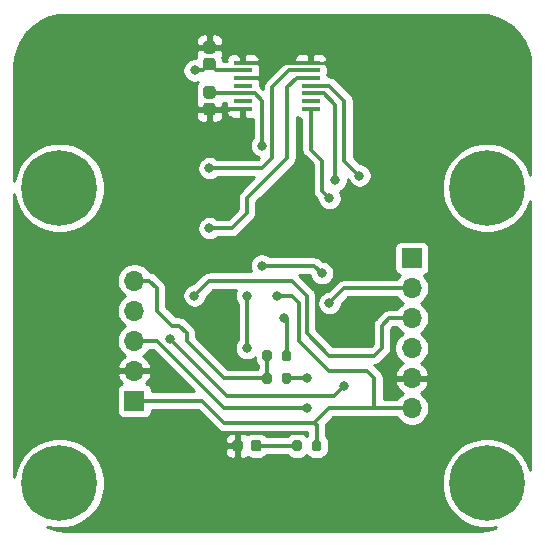
<source format=gbr>
%TF.GenerationSoftware,KiCad,Pcbnew,(5.1.9)-1*%
%TF.CreationDate,2021-04-16T10:30:29-03:00*%
%TF.ProjectId,1335_rev1,31333335-5f72-4657-9631-2e6b69636164,rev?*%
%TF.SameCoordinates,Original*%
%TF.FileFunction,Copper,L1,Top*%
%TF.FilePolarity,Positive*%
%FSLAX46Y46*%
G04 Gerber Fmt 4.6, Leading zero omitted, Abs format (unit mm)*
G04 Created by KiCad (PCBNEW (5.1.9)-1) date 2021-04-16 10:30:29*
%MOMM*%
%LPD*%
G01*
G04 APERTURE LIST*
%TA.AperFunction,ComponentPad*%
%ADD10O,1.700000X1.700000*%
%TD*%
%TA.AperFunction,ComponentPad*%
%ADD11R,1.700000X1.700000*%
%TD*%
%TA.AperFunction,ComponentPad*%
%ADD12C,6.400000*%
%TD*%
%TA.AperFunction,ComponentPad*%
%ADD13C,0.800000*%
%TD*%
%TA.AperFunction,SMDPad,CuDef*%
%ADD14R,1.570000X0.410000*%
%TD*%
%TA.AperFunction,ViaPad*%
%ADD15C,0.800000*%
%TD*%
%TA.AperFunction,Conductor*%
%ADD16C,0.300000*%
%TD*%
%TA.AperFunction,Conductor*%
%ADD17C,0.250000*%
%TD*%
%TA.AperFunction,Conductor*%
%ADD18C,0.254000*%
%TD*%
%TA.AperFunction,Conductor*%
%ADD19C,0.100000*%
%TD*%
G04 APERTURE END LIST*
D10*
%TO.P,J1,5*%
%TO.N,+3V3*%
X130810000Y-83185000D03*
%TO.P,J1,4*%
%TO.N,SDA*%
X130810000Y-85725000D03*
%TO.P,J1,3*%
%TO.N,SCL*%
X130810000Y-88265000D03*
%TO.P,J1,2*%
%TO.N,GND*%
X130810000Y-90805000D03*
D11*
%TO.P,J1,1*%
%TO.N,+5V*%
X130810000Y-93345000D03*
%TD*%
D10*
%TO.P,J2,6*%
%TO.N,+5V*%
X154305000Y-93980000D03*
%TO.P,J2,5*%
%TO.N,GND*%
X154305000Y-91440000D03*
%TO.P,J2,4*%
%TO.N,MOSI*%
X154305000Y-88900000D03*
%TO.P,J2,3*%
%TO.N,MISO*%
X154305000Y-86360000D03*
%TO.P,J2,2*%
%TO.N,SCK*%
X154305000Y-83820000D03*
D11*
%TO.P,J2,1*%
%TO.N,CS*%
X154305000Y-81280000D03*
%TD*%
%TO.P,R1,2*%
%TO.N,Net-(D1-Pad2)*%
%TA.AperFunction,SMDPad,CuDef*%
G36*
G01*
X144990000Y-96880000D02*
X144990000Y-97430000D01*
G75*
G02*
X144790000Y-97630000I-200000J0D01*
G01*
X144390000Y-97630000D01*
G75*
G02*
X144190000Y-97430000I0J200000D01*
G01*
X144190000Y-96880000D01*
G75*
G02*
X144390000Y-96680000I200000J0D01*
G01*
X144790000Y-96680000D01*
G75*
G02*
X144990000Y-96880000I0J-200000D01*
G01*
G37*
%TD.AperFunction*%
%TO.P,R1,1*%
%TO.N,+5V*%
%TA.AperFunction,SMDPad,CuDef*%
G36*
G01*
X146640000Y-96880000D02*
X146640000Y-97430000D01*
G75*
G02*
X146440000Y-97630000I-200000J0D01*
G01*
X146040000Y-97630000D01*
G75*
G02*
X145840000Y-97430000I0J200000D01*
G01*
X145840000Y-96880000D01*
G75*
G02*
X146040000Y-96680000I200000J0D01*
G01*
X146440000Y-96680000D01*
G75*
G02*
X146640000Y-96880000I0J-200000D01*
G01*
G37*
%TD.AperFunction*%
%TD*%
%TO.P,R3,2*%
%TO.N,SCL*%
%TA.AperFunction,SMDPad,CuDef*%
G36*
G01*
X143300000Y-91715000D02*
X143300000Y-91165000D01*
G75*
G02*
X143500000Y-90965000I200000J0D01*
G01*
X143900000Y-90965000D01*
G75*
G02*
X144100000Y-91165000I0J-200000D01*
G01*
X144100000Y-91715000D01*
G75*
G02*
X143900000Y-91915000I-200000J0D01*
G01*
X143500000Y-91915000D01*
G75*
G02*
X143300000Y-91715000I0J200000D01*
G01*
G37*
%TD.AperFunction*%
%TO.P,R3,1*%
%TO.N,+3V3*%
%TA.AperFunction,SMDPad,CuDef*%
G36*
G01*
X141650000Y-91715000D02*
X141650000Y-91165000D01*
G75*
G02*
X141850000Y-90965000I200000J0D01*
G01*
X142250000Y-90965000D01*
G75*
G02*
X142450000Y-91165000I0J-200000D01*
G01*
X142450000Y-91715000D01*
G75*
G02*
X142250000Y-91915000I-200000J0D01*
G01*
X141850000Y-91915000D01*
G75*
G02*
X141650000Y-91715000I0J200000D01*
G01*
G37*
%TD.AperFunction*%
%TD*%
%TO.P,R2,2*%
%TO.N,SDA*%
%TA.AperFunction,SMDPad,CuDef*%
G36*
G01*
X143300000Y-89810000D02*
X143300000Y-89260000D01*
G75*
G02*
X143500000Y-89060000I200000J0D01*
G01*
X143900000Y-89060000D01*
G75*
G02*
X144100000Y-89260000I0J-200000D01*
G01*
X144100000Y-89810000D01*
G75*
G02*
X143900000Y-90010000I-200000J0D01*
G01*
X143500000Y-90010000D01*
G75*
G02*
X143300000Y-89810000I0J200000D01*
G01*
G37*
%TD.AperFunction*%
%TO.P,R2,1*%
%TO.N,+3V3*%
%TA.AperFunction,SMDPad,CuDef*%
G36*
G01*
X141650000Y-89810000D02*
X141650000Y-89260000D01*
G75*
G02*
X141850000Y-89060000I200000J0D01*
G01*
X142250000Y-89060000D01*
G75*
G02*
X142450000Y-89260000I0J-200000D01*
G01*
X142450000Y-89810000D01*
G75*
G02*
X142250000Y-90010000I-200000J0D01*
G01*
X141850000Y-90010000D01*
G75*
G02*
X141650000Y-89810000I0J200000D01*
G01*
G37*
%TD.AperFunction*%
%TD*%
%TO.P,D1,2*%
%TO.N,Net-(D1-Pad2)*%
%TA.AperFunction,SMDPad,CuDef*%
G36*
G01*
X140685000Y-97411250D02*
X140685000Y-96898750D01*
G75*
G02*
X140903750Y-96680000I218750J0D01*
G01*
X141341250Y-96680000D01*
G75*
G02*
X141560000Y-96898750I0J-218750D01*
G01*
X141560000Y-97411250D01*
G75*
G02*
X141341250Y-97630000I-218750J0D01*
G01*
X140903750Y-97630000D01*
G75*
G02*
X140685000Y-97411250I0J218750D01*
G01*
G37*
%TD.AperFunction*%
%TO.P,D1,1*%
%TO.N,GND*%
%TA.AperFunction,SMDPad,CuDef*%
G36*
G01*
X139110000Y-97411250D02*
X139110000Y-96898750D01*
G75*
G02*
X139328750Y-96680000I218750J0D01*
G01*
X139766250Y-96680000D01*
G75*
G02*
X139985000Y-96898750I0J-218750D01*
G01*
X139985000Y-97411250D01*
G75*
G02*
X139766250Y-97630000I-218750J0D01*
G01*
X139328750Y-97630000D01*
G75*
G02*
X139110000Y-97411250I0J218750D01*
G01*
G37*
%TD.AperFunction*%
%TD*%
%TO.P,C2,2*%
%TO.N,GND*%
%TA.AperFunction,SMDPad,CuDef*%
G36*
G01*
X136884999Y-68120000D02*
X137435001Y-68120000D01*
G75*
G02*
X137685000Y-68369999I0J-249999D01*
G01*
X137685000Y-68945001D01*
G75*
G02*
X137435001Y-69195000I-249999J0D01*
G01*
X136884999Y-69195000D01*
G75*
G02*
X136635000Y-68945001I0J249999D01*
G01*
X136635000Y-68369999D01*
G75*
G02*
X136884999Y-68120000I249999J0D01*
G01*
G37*
%TD.AperFunction*%
%TO.P,C2,1*%
%TO.N,+5V*%
%TA.AperFunction,SMDPad,CuDef*%
G36*
G01*
X136884999Y-66695000D02*
X137435001Y-66695000D01*
G75*
G02*
X137685000Y-66944999I0J-249999D01*
G01*
X137685000Y-67520001D01*
G75*
G02*
X137435001Y-67770000I-249999J0D01*
G01*
X136884999Y-67770000D01*
G75*
G02*
X136635000Y-67520001I0J249999D01*
G01*
X136635000Y-66944999D01*
G75*
G02*
X136884999Y-66695000I249999J0D01*
G01*
G37*
%TD.AperFunction*%
%TD*%
%TO.P,C1,1*%
%TO.N,/BYP*%
%TA.AperFunction,SMDPad,CuDef*%
G36*
G01*
X137435001Y-65385000D02*
X136884999Y-65385000D01*
G75*
G02*
X136635000Y-65135001I0J249999D01*
G01*
X136635000Y-64559999D01*
G75*
G02*
X136884999Y-64310000I249999J0D01*
G01*
X137435001Y-64310000D01*
G75*
G02*
X137685000Y-64559999I0J-249999D01*
G01*
X137685000Y-65135001D01*
G75*
G02*
X137435001Y-65385000I-249999J0D01*
G01*
G37*
%TD.AperFunction*%
%TO.P,C1,2*%
%TO.N,GND*%
%TA.AperFunction,SMDPad,CuDef*%
G36*
G01*
X137435001Y-63960000D02*
X136884999Y-63960000D01*
G75*
G02*
X136635000Y-63710001I0J249999D01*
G01*
X136635000Y-63134999D01*
G75*
G02*
X136884999Y-62885000I249999J0D01*
G01*
X137435001Y-62885000D01*
G75*
G02*
X137685000Y-63134999I0J-249999D01*
G01*
X137685000Y-63710001D01*
G75*
G02*
X137435001Y-63960000I-249999J0D01*
G01*
G37*
%TD.AperFunction*%
%TD*%
D12*
%TO.P,H1,1*%
%TO.N,N/C*%
X124460000Y-75330000D03*
D13*
X126860000Y-75330000D03*
X126157056Y-77027056D03*
X124460000Y-77730000D03*
X122762944Y-77027056D03*
X122060000Y-75330000D03*
X122762944Y-73632944D03*
X124460000Y-72930000D03*
X126157056Y-73632944D03*
%TD*%
%TO.P,H2,1*%
%TO.N,N/C*%
X162352056Y-73632944D03*
X160655000Y-72930000D03*
X158957944Y-73632944D03*
X158255000Y-75330000D03*
X158957944Y-77027056D03*
X160655000Y-77730000D03*
X162352056Y-77027056D03*
X163055000Y-75330000D03*
D12*
X160655000Y-75330000D03*
%TD*%
%TO.P,H3,1*%
%TO.N,N/C*%
X124460000Y-100330000D03*
D13*
X126860000Y-100330000D03*
X126157056Y-102027056D03*
X124460000Y-102730000D03*
X122762944Y-102027056D03*
X122060000Y-100330000D03*
X122762944Y-98632944D03*
X124460000Y-97930000D03*
X126157056Y-98632944D03*
%TD*%
%TO.P,H4,1*%
%TO.N,N/C*%
X162352056Y-98632944D03*
X160655000Y-97930000D03*
X158957944Y-98632944D03*
X158255000Y-100330000D03*
X158957944Y-102027056D03*
X160655000Y-102730000D03*
X162352056Y-102027056D03*
X163055000Y-100330000D03*
D12*
X160655000Y-100330000D03*
%TD*%
D14*
%TO.P,U1,1*%
%TO.N,GND*%
X140005000Y-64725000D03*
%TO.P,U1,2*%
%TO.N,/BYP*%
X140005000Y-65375000D03*
%TO.P,U1,3*%
%TO.N,GND*%
X140005000Y-66025000D03*
%TO.P,U1,4*%
%TO.N,Net-(U1-Pad4)*%
X140005000Y-66675000D03*
%TO.P,U1,5*%
%TO.N,+5V*%
X140005000Y-67325000D03*
%TO.P,U1,6*%
%TO.N,Net-(U1-Pad6)*%
X140005000Y-67975000D03*
%TO.P,U1,7*%
%TO.N,GND*%
X140005000Y-68625000D03*
%TO.P,U1,8*%
%TO.N,/ISEL*%
X145745000Y-68625000D03*
%TO.P,U1,9*%
%TO.N,Net-(U1-Pad9)*%
X145745000Y-67975000D03*
%TO.P,U1,10*%
%TO.N,/SDA-MISO*%
X145745000Y-67325000D03*
%TO.P,U1,11*%
%TO.N,/SCL-CLK*%
X145745000Y-66675000D03*
%TO.P,U1,12*%
%TO.N,/SA1-MOSI*%
X145745000Y-66025000D03*
%TO.P,U1,13*%
%TO.N,/SA0-CS*%
X145745000Y-65375000D03*
%TO.P,U1,14*%
%TO.N,GND*%
X145745000Y-64725000D03*
%TD*%
D15*
%TO.N,/BYP*%
X146685000Y-82550000D03*
X141605000Y-81915000D03*
X135920000Y-65375000D03*
%TO.N,GND*%
X162560000Y-68580000D03*
X144780000Y-78740000D03*
X135890000Y-80010000D03*
X162560000Y-66040000D03*
X160020000Y-66040000D03*
X160020000Y-63500000D03*
X162560000Y-63500000D03*
X160020000Y-68580000D03*
X157480000Y-68580000D03*
X157480000Y-66040000D03*
X157480000Y-63500000D03*
X154940000Y-63500000D03*
X154940000Y-66040000D03*
X154940000Y-68580000D03*
X152400000Y-68580000D03*
X152400000Y-66040000D03*
X152400000Y-63500000D03*
X152400000Y-71120000D03*
X154940000Y-71120000D03*
X154940000Y-73660000D03*
X152400000Y-73660000D03*
X121920000Y-63500000D03*
X121920000Y-66040000D03*
X124460000Y-63500000D03*
X127000000Y-63500000D03*
X127000000Y-66040000D03*
X124460000Y-66040000D03*
X124460000Y-68580000D03*
X121920000Y-68580000D03*
X127000000Y-68580000D03*
X129540000Y-63500000D03*
X129540000Y-66040000D03*
X129540000Y-68580000D03*
X129540000Y-71120000D03*
X132080000Y-71120000D03*
X132080000Y-73660000D03*
X129540000Y-73660000D03*
X127000000Y-71120000D03*
X121920000Y-71120000D03*
X157480000Y-71120000D03*
X162560000Y-71120000D03*
X129540000Y-99060000D03*
X132080000Y-99060000D03*
X134620000Y-99060000D03*
X134620000Y-101600000D03*
X132080000Y-101600000D03*
X129540000Y-101600000D03*
X137160000Y-99060000D03*
X137160000Y-101600000D03*
X149860000Y-101600000D03*
X149860000Y-99060000D03*
X152400000Y-99060000D03*
X152400000Y-101600000D03*
X154940000Y-101600000D03*
X154940000Y-99060000D03*
X147320000Y-101600000D03*
X144780000Y-101600000D03*
X142240000Y-101600000D03*
X139700000Y-101600000D03*
X139700000Y-99060000D03*
X142240000Y-99060000D03*
X144780000Y-99060000D03*
X147320000Y-99060000D03*
X132080000Y-68580000D03*
X132080000Y-66040000D03*
X132080000Y-63500000D03*
%TO.N,SCK*%
X147320000Y-85090000D03*
%TO.N,MISO*%
X135890000Y-84455000D03*
%TO.N,+5V*%
X141605000Y-71755000D03*
X142875000Y-84455000D03*
%TO.N,SDA*%
X143510000Y-86360000D03*
%TO.N,SCL*%
X145415000Y-91440000D03*
X145415000Y-93980000D03*
%TO.N,/ISEL*%
X147320000Y-76200000D03*
%TO.N,/SDA-MISO*%
X147828000Y-74676000D03*
%TO.N,/SCL-CLK*%
X149860000Y-74295000D03*
%TO.N,/SA1-MOSI*%
X137160000Y-78740000D03*
X140335000Y-84455000D03*
X140335000Y-88900000D03*
%TO.N,/SA0-CS*%
X137160000Y-73660000D03*
X133858000Y-88138000D03*
X148590000Y-92075000D03*
%TD*%
D16*
%TO.N,/BYP*%
X146685000Y-82550000D02*
X146050000Y-81915000D01*
X146050000Y-81915000D02*
X141605000Y-81915000D01*
X137687500Y-65375000D02*
X137160000Y-64847500D01*
X140005000Y-65375000D02*
X137687500Y-65375000D01*
X136632500Y-65375000D02*
X137160000Y-64847500D01*
X135920000Y-65375000D02*
X136632500Y-65375000D01*
D17*
%TO.N,GND*%
X145745000Y-64725000D02*
X148291000Y-64725000D01*
D16*
X140005000Y-66025000D02*
X141620000Y-66025000D01*
X141620000Y-66025000D02*
X142240000Y-65405000D01*
X142195000Y-64725000D02*
X142240000Y-64770000D01*
X140005000Y-64725000D02*
X142195000Y-64725000D01*
X142240000Y-64770000D02*
X142240000Y-64135000D01*
X142240000Y-65405000D02*
X142240000Y-64770000D01*
X142285000Y-64725000D02*
X142240000Y-64770000D01*
X145745000Y-64725000D02*
X142285000Y-64725000D01*
X140005000Y-64725000D02*
X140005000Y-64440000D01*
X138987500Y-63422500D02*
X137160000Y-63422500D01*
X140005000Y-64440000D02*
X138987500Y-63422500D01*
X137192500Y-68625000D02*
X137160000Y-68657500D01*
X140005000Y-68625000D02*
X137192500Y-68625000D01*
%TO.N,SCK*%
X154305000Y-83820000D02*
X149225000Y-83820000D01*
X148590000Y-83820000D02*
X147320000Y-85090000D01*
X149225000Y-83820000D02*
X148590000Y-83820000D01*
%TO.N,MISO*%
X152400000Y-86360000D02*
X154305000Y-86360000D01*
X151765000Y-86995000D02*
X152400000Y-86360000D01*
X151765000Y-88900000D02*
X151765000Y-86995000D01*
X147320000Y-89535000D02*
X151130000Y-89535000D01*
X151130000Y-89535000D02*
X151765000Y-88900000D01*
X145415000Y-87630000D02*
X147320000Y-89535000D01*
X145415000Y-84455000D02*
X145415000Y-87630000D01*
X144145000Y-83185000D02*
X145415000Y-84455000D01*
X137160000Y-83185000D02*
X144145000Y-83185000D01*
X135890000Y-84455000D02*
X137160000Y-83185000D01*
%TO.N,+3V3*%
X142050000Y-89535000D02*
X142050000Y-91440000D01*
X138430000Y-91440000D02*
X142050000Y-91440000D01*
X135255000Y-88265000D02*
X138430000Y-91440000D01*
X135255000Y-87630000D02*
X135255000Y-88265000D01*
X134620000Y-86995000D02*
X135255000Y-87630000D01*
X133985000Y-86995000D02*
X134620000Y-86995000D01*
X132715000Y-85725000D02*
X133985000Y-86995000D01*
X132715000Y-83820000D02*
X132715000Y-85725000D01*
X132080000Y-83185000D02*
X132715000Y-83820000D01*
X130810000Y-83185000D02*
X132080000Y-83185000D01*
%TO.N,+5V*%
X140985000Y-67325000D02*
X141605000Y-67945000D01*
X140005000Y-67325000D02*
X140985000Y-67325000D01*
X141605000Y-67945000D02*
X141605000Y-71755000D01*
X154305000Y-93980000D02*
X152400000Y-93980000D01*
X130810000Y-93345000D02*
X136525000Y-93345000D01*
X136525000Y-93345000D02*
X138430000Y-95250000D01*
X138430000Y-95250000D02*
X146050000Y-95250000D01*
X146050000Y-95250000D02*
X147320000Y-93980000D01*
X151130000Y-91440000D02*
X151130000Y-93980000D01*
X144780000Y-88265000D02*
X147320000Y-90805000D01*
X150495000Y-90805000D02*
X151130000Y-91440000D01*
X144780000Y-85090000D02*
X144780000Y-88265000D01*
X144145000Y-84455000D02*
X144780000Y-85090000D01*
X147320000Y-90805000D02*
X150495000Y-90805000D01*
X142875000Y-84455000D02*
X144145000Y-84455000D01*
X151130000Y-93980000D02*
X152400000Y-93980000D01*
X147320000Y-93980000D02*
X151130000Y-93980000D01*
X146240000Y-95440000D02*
X146050000Y-95250000D01*
X146240000Y-97155000D02*
X146240000Y-95440000D01*
X137252500Y-67325000D02*
X137160000Y-67232500D01*
X140005000Y-67325000D02*
X137252500Y-67325000D01*
%TO.N,SDA*%
X143700000Y-86550000D02*
X143510000Y-86360000D01*
X143700000Y-89535000D02*
X143700000Y-86550000D01*
%TO.N,SCL*%
X143700000Y-91440000D02*
X145415000Y-91440000D01*
X130810000Y-88265000D02*
X132080000Y-88265000D01*
X132080000Y-88265000D02*
X132715000Y-88265000D01*
X132715000Y-88265000D02*
X138430000Y-93980000D01*
X138430000Y-93980000D02*
X145415000Y-93980000D01*
%TO.N,/ISEL*%
X145745000Y-68625000D02*
X145745000Y-72085000D01*
X145745000Y-72085000D02*
X146050000Y-72390000D01*
X146050000Y-72390000D02*
X146685000Y-73025000D01*
X146685000Y-73025000D02*
X146685000Y-75565000D01*
X146685000Y-75565000D02*
X147320000Y-76200000D01*
%TO.N,/SDA-MISO*%
X146830000Y-67325000D02*
X147828000Y-68323000D01*
X145745000Y-67325000D02*
X146830000Y-67325000D01*
X147828000Y-68323000D02*
X147828000Y-74676000D01*
%TO.N,/SCL-CLK*%
X145745000Y-66675000D02*
X147320000Y-66675000D01*
X147320000Y-66675000D02*
X148590000Y-67945000D01*
X148590000Y-67945000D02*
X148590000Y-72390000D01*
X148590000Y-72390000D02*
X148590000Y-73025000D01*
X148590000Y-73025000D02*
X149860000Y-74295000D01*
%TO.N,/SA1-MOSI*%
X145745000Y-66025000D02*
X144541000Y-66025000D01*
X144541000Y-66025000D02*
X143764000Y-66802000D01*
X143764000Y-66802000D02*
X143764000Y-72771000D01*
X143764000Y-72771000D02*
X140335000Y-76200000D01*
X140335000Y-76200000D02*
X140335000Y-77470000D01*
X140335000Y-77470000D02*
X139065000Y-78740000D01*
X139065000Y-78740000D02*
X137160000Y-78740000D01*
X140335000Y-87630000D02*
X140335000Y-84455000D01*
X140335000Y-88900000D02*
X140335000Y-87630000D01*
%TO.N,/SA0-CS*%
X145745000Y-65375000D02*
X143921000Y-65375000D01*
X143921000Y-65375000D02*
X142494000Y-66802000D01*
X142494000Y-66802000D02*
X142494000Y-71882000D01*
X142494000Y-71882000D02*
X142494000Y-72009000D01*
X142494000Y-71882000D02*
X142494000Y-72771000D01*
X142494000Y-72771000D02*
X142240000Y-73025000D01*
X142240000Y-73025000D02*
X141605000Y-73660000D01*
X141605000Y-73660000D02*
X137160000Y-73660000D01*
X133858000Y-88138000D02*
X138684000Y-92964000D01*
X138684000Y-92964000D02*
X142240000Y-92964000D01*
X147701000Y-92964000D02*
X148590000Y-92075000D01*
X142240000Y-92964000D02*
X147701000Y-92964000D01*
%TO.N,Net-(D1-Pad2)*%
X144590000Y-97155000D02*
X141122500Y-97155000D01*
%TD*%
D18*
%TO.N,GND*%
X160768083Y-60731173D02*
X161511891Y-60934656D01*
X162207905Y-61266638D01*
X162834130Y-61716626D01*
X163370777Y-62270403D01*
X163800871Y-62910451D01*
X164110829Y-63616553D01*
X164292065Y-64371457D01*
X164340000Y-65024207D01*
X164340000Y-74205040D01*
X164053533Y-73513446D01*
X163633839Y-72885330D01*
X163099670Y-72351161D01*
X162471554Y-71931467D01*
X161773628Y-71642377D01*
X161032715Y-71495000D01*
X160277285Y-71495000D01*
X159536372Y-71642377D01*
X158838446Y-71931467D01*
X158210330Y-72351161D01*
X157676161Y-72885330D01*
X157256467Y-73513446D01*
X156967377Y-74211372D01*
X156820000Y-74952285D01*
X156820000Y-75707715D01*
X156967377Y-76448628D01*
X157256467Y-77146554D01*
X157676161Y-77774670D01*
X158210330Y-78308839D01*
X158838446Y-78728533D01*
X159536372Y-79017623D01*
X160277285Y-79165000D01*
X161032715Y-79165000D01*
X161773628Y-79017623D01*
X162471554Y-78728533D01*
X163099670Y-78308839D01*
X163633839Y-77774670D01*
X164053533Y-77146554D01*
X164340000Y-76454960D01*
X164340001Y-99205042D01*
X164053533Y-98513446D01*
X163633839Y-97885330D01*
X163099670Y-97351161D01*
X162471554Y-96931467D01*
X161773628Y-96642377D01*
X161032715Y-96495000D01*
X160277285Y-96495000D01*
X159536372Y-96642377D01*
X158838446Y-96931467D01*
X158210330Y-97351161D01*
X157676161Y-97885330D01*
X157256467Y-98513446D01*
X156967377Y-99211372D01*
X156820000Y-99952285D01*
X156820000Y-100707715D01*
X156967377Y-101448628D01*
X157256467Y-102146554D01*
X157676161Y-102774670D01*
X158210330Y-103308839D01*
X158838446Y-103728533D01*
X159536372Y-104017623D01*
X160277285Y-104165000D01*
X161032715Y-104165000D01*
X161448405Y-104082314D01*
X161383447Y-104110829D01*
X160628543Y-104292065D01*
X159975793Y-104340000D01*
X125029392Y-104340000D01*
X124231917Y-104268827D01*
X123488110Y-104065344D01*
X123421458Y-104033553D01*
X124082285Y-104165000D01*
X124837715Y-104165000D01*
X125578628Y-104017623D01*
X126276554Y-103728533D01*
X126904670Y-103308839D01*
X127438839Y-102774670D01*
X127858533Y-102146554D01*
X128147623Y-101448628D01*
X128295000Y-100707715D01*
X128295000Y-99952285D01*
X128147623Y-99211372D01*
X127858533Y-98513446D01*
X127438839Y-97885330D01*
X127183509Y-97630000D01*
X138471928Y-97630000D01*
X138484188Y-97754482D01*
X138520498Y-97874180D01*
X138579463Y-97984494D01*
X138658815Y-98081185D01*
X138755506Y-98160537D01*
X138865820Y-98219502D01*
X138985518Y-98255812D01*
X139110000Y-98268072D01*
X139261750Y-98265000D01*
X139420500Y-98106250D01*
X139420500Y-97282000D01*
X138633750Y-97282000D01*
X138475000Y-97440750D01*
X138471928Y-97630000D01*
X127183509Y-97630000D01*
X126904670Y-97351161D01*
X126276554Y-96931467D01*
X125669459Y-96680000D01*
X138471928Y-96680000D01*
X138475000Y-96869250D01*
X138633750Y-97028000D01*
X139420500Y-97028000D01*
X139420500Y-96203750D01*
X139261750Y-96045000D01*
X139110000Y-96041928D01*
X138985518Y-96054188D01*
X138865820Y-96090498D01*
X138755506Y-96149463D01*
X138658815Y-96228815D01*
X138579463Y-96325506D01*
X138520498Y-96435820D01*
X138484188Y-96555518D01*
X138471928Y-96680000D01*
X125669459Y-96680000D01*
X125578628Y-96642377D01*
X124837715Y-96495000D01*
X124082285Y-96495000D01*
X123341372Y-96642377D01*
X122643446Y-96931467D01*
X122015330Y-97351161D01*
X121481161Y-97885330D01*
X121061467Y-98513446D01*
X120772377Y-99211372D01*
X120660000Y-99776328D01*
X120660000Y-92495000D01*
X129321928Y-92495000D01*
X129321928Y-94195000D01*
X129334188Y-94319482D01*
X129370498Y-94439180D01*
X129429463Y-94549494D01*
X129508815Y-94646185D01*
X129605506Y-94725537D01*
X129715820Y-94784502D01*
X129835518Y-94820812D01*
X129960000Y-94833072D01*
X131660000Y-94833072D01*
X131784482Y-94820812D01*
X131904180Y-94784502D01*
X132014494Y-94725537D01*
X132111185Y-94646185D01*
X132190537Y-94549494D01*
X132249502Y-94439180D01*
X132285812Y-94319482D01*
X132298072Y-94195000D01*
X132298072Y-94130000D01*
X136199843Y-94130000D01*
X137847653Y-95777810D01*
X137872236Y-95807764D01*
X137991767Y-95905862D01*
X138128140Y-95978754D01*
X138276113Y-96023642D01*
X138351026Y-96031020D01*
X138391439Y-96035000D01*
X138391444Y-96035000D01*
X138430000Y-96038797D01*
X138468556Y-96035000D01*
X145455001Y-96035000D01*
X145455001Y-96281151D01*
X145447394Y-96287394D01*
X145415000Y-96326866D01*
X145382606Y-96287394D01*
X145255608Y-96183169D01*
X145110716Y-96105722D01*
X144953500Y-96058031D01*
X144790000Y-96041928D01*
X144390000Y-96041928D01*
X144226500Y-96058031D01*
X144069284Y-96105722D01*
X143924392Y-96183169D01*
X143797394Y-96287394D01*
X143729601Y-96370000D01*
X142010401Y-96370000D01*
X141947115Y-96292885D01*
X141817275Y-96186329D01*
X141669142Y-96107150D01*
X141508408Y-96058392D01*
X141341250Y-96041928D01*
X140903750Y-96041928D01*
X140736592Y-96058392D01*
X140575858Y-96107150D01*
X140427725Y-96186329D01*
X140406070Y-96204100D01*
X140339494Y-96149463D01*
X140229180Y-96090498D01*
X140109482Y-96054188D01*
X139985000Y-96041928D01*
X139833250Y-96045000D01*
X139674500Y-96203750D01*
X139674500Y-97028000D01*
X139694500Y-97028000D01*
X139694500Y-97282000D01*
X139674500Y-97282000D01*
X139674500Y-98106250D01*
X139833250Y-98265000D01*
X139985000Y-98268072D01*
X140109482Y-98255812D01*
X140229180Y-98219502D01*
X140339494Y-98160537D01*
X140406070Y-98105900D01*
X140427725Y-98123671D01*
X140575858Y-98202850D01*
X140736592Y-98251608D01*
X140903750Y-98268072D01*
X141341250Y-98268072D01*
X141508408Y-98251608D01*
X141669142Y-98202850D01*
X141817275Y-98123671D01*
X141947115Y-98017115D01*
X142010401Y-97940000D01*
X143729601Y-97940000D01*
X143797394Y-98022606D01*
X143924392Y-98126831D01*
X144069284Y-98204278D01*
X144226500Y-98251969D01*
X144390000Y-98268072D01*
X144790000Y-98268072D01*
X144953500Y-98251969D01*
X145110716Y-98204278D01*
X145255608Y-98126831D01*
X145382606Y-98022606D01*
X145415000Y-97983134D01*
X145447394Y-98022606D01*
X145574392Y-98126831D01*
X145719284Y-98204278D01*
X145876500Y-98251969D01*
X146040000Y-98268072D01*
X146440000Y-98268072D01*
X146603500Y-98251969D01*
X146760716Y-98204278D01*
X146905608Y-98126831D01*
X147032606Y-98022606D01*
X147136831Y-97895608D01*
X147214278Y-97750716D01*
X147261969Y-97593500D01*
X147278072Y-97430000D01*
X147278072Y-96880000D01*
X147261969Y-96716500D01*
X147214278Y-96559284D01*
X147136831Y-96414392D01*
X147032606Y-96287394D01*
X147025000Y-96281152D01*
X147025000Y-95478556D01*
X147028797Y-95440000D01*
X147025000Y-95401444D01*
X147025000Y-95401439D01*
X147023540Y-95386617D01*
X147645158Y-94765000D01*
X151091440Y-94765000D01*
X151130000Y-94768798D01*
X151168561Y-94765000D01*
X153043526Y-94765000D01*
X153151525Y-94926632D01*
X153358368Y-95133475D01*
X153601589Y-95295990D01*
X153871842Y-95407932D01*
X154158740Y-95465000D01*
X154451260Y-95465000D01*
X154738158Y-95407932D01*
X155008411Y-95295990D01*
X155251632Y-95133475D01*
X155458475Y-94926632D01*
X155620990Y-94683411D01*
X155732932Y-94413158D01*
X155790000Y-94126260D01*
X155790000Y-93833740D01*
X155732932Y-93546842D01*
X155620990Y-93276589D01*
X155458475Y-93033368D01*
X155251632Y-92826525D01*
X155069466Y-92704805D01*
X155186355Y-92635178D01*
X155402588Y-92440269D01*
X155576641Y-92206920D01*
X155701825Y-91944099D01*
X155746476Y-91796890D01*
X155625155Y-91567000D01*
X154432000Y-91567000D01*
X154432000Y-91587000D01*
X154178000Y-91587000D01*
X154178000Y-91567000D01*
X152984845Y-91567000D01*
X152863524Y-91796890D01*
X152908175Y-91944099D01*
X153033359Y-92206920D01*
X153207412Y-92440269D01*
X153423645Y-92635178D01*
X153540534Y-92704805D01*
X153358368Y-92826525D01*
X153151525Y-93033368D01*
X153043526Y-93195000D01*
X151915000Y-93195000D01*
X151915000Y-91478556D01*
X151918797Y-91440000D01*
X151915000Y-91401440D01*
X151915000Y-91401439D01*
X151908241Y-91332812D01*
X151903642Y-91286113D01*
X151858754Y-91138140D01*
X151858734Y-91138102D01*
X151785862Y-91001767D01*
X151687764Y-90882236D01*
X151657811Y-90857654D01*
X151123293Y-90323136D01*
X151130000Y-90323797D01*
X151168553Y-90320000D01*
X151168561Y-90320000D01*
X151283887Y-90308641D01*
X151431860Y-90263754D01*
X151568233Y-90190862D01*
X151687764Y-90092764D01*
X151712347Y-90062810D01*
X152292811Y-89482346D01*
X152322764Y-89457764D01*
X152420862Y-89338233D01*
X152493754Y-89201860D01*
X152514574Y-89133226D01*
X152538642Y-89053887D01*
X152549667Y-88941937D01*
X152550000Y-88938561D01*
X152550000Y-88938556D01*
X152553797Y-88900000D01*
X152550000Y-88861444D01*
X152550000Y-87320157D01*
X152725157Y-87145000D01*
X153043526Y-87145000D01*
X153151525Y-87306632D01*
X153358368Y-87513475D01*
X153532760Y-87630000D01*
X153358368Y-87746525D01*
X153151525Y-87953368D01*
X152989010Y-88196589D01*
X152877068Y-88466842D01*
X152820000Y-88753740D01*
X152820000Y-89046260D01*
X152877068Y-89333158D01*
X152989010Y-89603411D01*
X153151525Y-89846632D01*
X153358368Y-90053475D01*
X153540534Y-90175195D01*
X153423645Y-90244822D01*
X153207412Y-90439731D01*
X153033359Y-90673080D01*
X152908175Y-90935901D01*
X152863524Y-91083110D01*
X152984845Y-91313000D01*
X154178000Y-91313000D01*
X154178000Y-91293000D01*
X154432000Y-91293000D01*
X154432000Y-91313000D01*
X155625155Y-91313000D01*
X155746476Y-91083110D01*
X155701825Y-90935901D01*
X155576641Y-90673080D01*
X155402588Y-90439731D01*
X155186355Y-90244822D01*
X155069466Y-90175195D01*
X155251632Y-90053475D01*
X155458475Y-89846632D01*
X155620990Y-89603411D01*
X155732932Y-89333158D01*
X155790000Y-89046260D01*
X155790000Y-88753740D01*
X155732932Y-88466842D01*
X155620990Y-88196589D01*
X155458475Y-87953368D01*
X155251632Y-87746525D01*
X155077240Y-87630000D01*
X155251632Y-87513475D01*
X155458475Y-87306632D01*
X155620990Y-87063411D01*
X155732932Y-86793158D01*
X155790000Y-86506260D01*
X155790000Y-86213740D01*
X155732932Y-85926842D01*
X155620990Y-85656589D01*
X155458475Y-85413368D01*
X155251632Y-85206525D01*
X155077240Y-85090000D01*
X155251632Y-84973475D01*
X155458475Y-84766632D01*
X155620990Y-84523411D01*
X155732932Y-84253158D01*
X155790000Y-83966260D01*
X155790000Y-83673740D01*
X155732932Y-83386842D01*
X155620990Y-83116589D01*
X155458475Y-82873368D01*
X155326620Y-82741513D01*
X155399180Y-82719502D01*
X155509494Y-82660537D01*
X155606185Y-82581185D01*
X155685537Y-82484494D01*
X155744502Y-82374180D01*
X155780812Y-82254482D01*
X155793072Y-82130000D01*
X155793072Y-80430000D01*
X155780812Y-80305518D01*
X155744502Y-80185820D01*
X155685537Y-80075506D01*
X155606185Y-79978815D01*
X155509494Y-79899463D01*
X155399180Y-79840498D01*
X155279482Y-79804188D01*
X155155000Y-79791928D01*
X153455000Y-79791928D01*
X153330518Y-79804188D01*
X153210820Y-79840498D01*
X153100506Y-79899463D01*
X153003815Y-79978815D01*
X152924463Y-80075506D01*
X152865498Y-80185820D01*
X152829188Y-80305518D01*
X152816928Y-80430000D01*
X152816928Y-82130000D01*
X152829188Y-82254482D01*
X152865498Y-82374180D01*
X152924463Y-82484494D01*
X153003815Y-82581185D01*
X153100506Y-82660537D01*
X153210820Y-82719502D01*
X153283380Y-82741513D01*
X153151525Y-82873368D01*
X153043526Y-83035000D01*
X148628552Y-83035000D01*
X148589999Y-83031203D01*
X148551446Y-83035000D01*
X148551439Y-83035000D01*
X148450490Y-83044943D01*
X148436112Y-83046359D01*
X148401672Y-83056806D01*
X148288140Y-83091246D01*
X148151767Y-83164138D01*
X148126346Y-83185001D01*
X148062187Y-83237655D01*
X148062184Y-83237658D01*
X148032236Y-83262236D01*
X148007658Y-83292185D01*
X147244843Y-84055000D01*
X147218061Y-84055000D01*
X147018102Y-84094774D01*
X146829744Y-84172795D01*
X146660226Y-84286063D01*
X146516063Y-84430226D01*
X146402795Y-84599744D01*
X146324774Y-84788102D01*
X146285000Y-84988061D01*
X146285000Y-85191939D01*
X146324774Y-85391898D01*
X146402795Y-85580256D01*
X146516063Y-85749774D01*
X146660226Y-85893937D01*
X146829744Y-86007205D01*
X147018102Y-86085226D01*
X147218061Y-86125000D01*
X147421939Y-86125000D01*
X147621898Y-86085226D01*
X147810256Y-86007205D01*
X147979774Y-85893937D01*
X148123937Y-85749774D01*
X148237205Y-85580256D01*
X148315226Y-85391898D01*
X148355000Y-85191939D01*
X148355000Y-85165157D01*
X148915158Y-84605000D01*
X153043526Y-84605000D01*
X153151525Y-84766632D01*
X153358368Y-84973475D01*
X153532760Y-85090000D01*
X153358368Y-85206525D01*
X153151525Y-85413368D01*
X153043526Y-85575000D01*
X152438556Y-85575000D01*
X152400000Y-85571203D01*
X152361444Y-85575000D01*
X152361439Y-85575000D01*
X152321026Y-85578980D01*
X152246113Y-85586358D01*
X152098140Y-85631246D01*
X151961767Y-85704138D01*
X151842236Y-85802236D01*
X151817653Y-85832190D01*
X151237185Y-86412658D01*
X151207237Y-86437236D01*
X151182659Y-86467184D01*
X151182655Y-86467188D01*
X151156842Y-86498641D01*
X151109139Y-86556767D01*
X151070177Y-86629660D01*
X151036246Y-86693141D01*
X150991359Y-86841114D01*
X150976203Y-86995000D01*
X150980001Y-87033562D01*
X150980000Y-88574843D01*
X150804843Y-88750000D01*
X147645157Y-88750000D01*
X146200000Y-87304843D01*
X146200000Y-84493552D01*
X146203797Y-84454999D01*
X146200000Y-84416446D01*
X146200000Y-84416439D01*
X146188641Y-84301113D01*
X146143754Y-84153140D01*
X146070862Y-84016767D01*
X146021450Y-83956559D01*
X145997345Y-83927187D01*
X145997342Y-83927184D01*
X145972764Y-83897236D01*
X145942817Y-83872659D01*
X144770157Y-82700000D01*
X145659560Y-82700000D01*
X145689774Y-82851898D01*
X145767795Y-83040256D01*
X145881063Y-83209774D01*
X146025226Y-83353937D01*
X146194744Y-83467205D01*
X146383102Y-83545226D01*
X146583061Y-83585000D01*
X146786939Y-83585000D01*
X146986898Y-83545226D01*
X147175256Y-83467205D01*
X147344774Y-83353937D01*
X147488937Y-83209774D01*
X147602205Y-83040256D01*
X147680226Y-82851898D01*
X147720000Y-82651939D01*
X147720000Y-82448061D01*
X147680226Y-82248102D01*
X147602205Y-82059744D01*
X147488937Y-81890226D01*
X147344774Y-81746063D01*
X147175256Y-81632795D01*
X146986898Y-81554774D01*
X146786939Y-81515000D01*
X146760157Y-81515000D01*
X146632347Y-81387190D01*
X146607764Y-81357236D01*
X146488233Y-81259138D01*
X146351860Y-81186246D01*
X146203887Y-81141359D01*
X146088561Y-81130000D01*
X146088553Y-81130000D01*
X146050000Y-81126203D01*
X146011447Y-81130000D01*
X142283711Y-81130000D01*
X142264774Y-81111063D01*
X142095256Y-80997795D01*
X141906898Y-80919774D01*
X141706939Y-80880000D01*
X141503061Y-80880000D01*
X141303102Y-80919774D01*
X141114744Y-80997795D01*
X140945226Y-81111063D01*
X140801063Y-81255226D01*
X140687795Y-81424744D01*
X140609774Y-81613102D01*
X140570000Y-81813061D01*
X140570000Y-82016939D01*
X140609774Y-82216898D01*
X140685618Y-82400000D01*
X137198552Y-82400000D01*
X137159999Y-82396203D01*
X137121446Y-82400000D01*
X137121439Y-82400000D01*
X137020490Y-82409943D01*
X137006112Y-82411359D01*
X136971672Y-82421806D01*
X136858140Y-82456246D01*
X136721767Y-82529138D01*
X136670927Y-82570862D01*
X136632187Y-82602655D01*
X136632184Y-82602658D01*
X136602236Y-82627236D01*
X136577658Y-82657185D01*
X135814843Y-83420000D01*
X135788061Y-83420000D01*
X135588102Y-83459774D01*
X135399744Y-83537795D01*
X135230226Y-83651063D01*
X135086063Y-83795226D01*
X134972795Y-83964744D01*
X134894774Y-84153102D01*
X134855000Y-84353061D01*
X134855000Y-84556939D01*
X134894774Y-84756898D01*
X134972795Y-84945256D01*
X135086063Y-85114774D01*
X135230226Y-85258937D01*
X135399744Y-85372205D01*
X135588102Y-85450226D01*
X135788061Y-85490000D01*
X135991939Y-85490000D01*
X136191898Y-85450226D01*
X136380256Y-85372205D01*
X136549774Y-85258937D01*
X136693937Y-85114774D01*
X136807205Y-84945256D01*
X136885226Y-84756898D01*
X136925000Y-84556939D01*
X136925000Y-84530157D01*
X137485158Y-83970000D01*
X139415618Y-83970000D01*
X139339774Y-84153102D01*
X139300000Y-84353061D01*
X139300000Y-84556939D01*
X139339774Y-84756898D01*
X139417795Y-84945256D01*
X139531063Y-85114774D01*
X139550001Y-85133712D01*
X139550000Y-87668560D01*
X139550001Y-87668570D01*
X139550001Y-88221288D01*
X139531063Y-88240226D01*
X139417795Y-88409744D01*
X139339774Y-88598102D01*
X139300000Y-88798061D01*
X139300000Y-89001939D01*
X139339774Y-89201898D01*
X139417795Y-89390256D01*
X139531063Y-89559774D01*
X139675226Y-89703937D01*
X139844744Y-89817205D01*
X140033102Y-89895226D01*
X140233061Y-89935000D01*
X140436939Y-89935000D01*
X140636898Y-89895226D01*
X140825256Y-89817205D01*
X140994774Y-89703937D01*
X141011928Y-89686783D01*
X141011928Y-89810000D01*
X141028031Y-89973500D01*
X141075722Y-90130716D01*
X141153169Y-90275608D01*
X141257394Y-90402606D01*
X141265000Y-90408848D01*
X141265001Y-90566151D01*
X141257394Y-90572394D01*
X141189601Y-90655000D01*
X138755158Y-90655000D01*
X136040000Y-87939843D01*
X136040000Y-87668556D01*
X136043797Y-87630000D01*
X136040000Y-87591440D01*
X136040000Y-87591439D01*
X136029235Y-87482139D01*
X136028642Y-87476113D01*
X135983754Y-87328140D01*
X135972258Y-87306632D01*
X135910862Y-87191767D01*
X135812764Y-87072236D01*
X135782811Y-87047654D01*
X135202345Y-86467188D01*
X135177764Y-86437236D01*
X135058233Y-86339138D01*
X134921860Y-86266246D01*
X134773887Y-86221359D01*
X134658561Y-86210000D01*
X134658553Y-86210000D01*
X134620000Y-86206203D01*
X134581447Y-86210000D01*
X134310158Y-86210000D01*
X133500000Y-85399843D01*
X133500000Y-83858556D01*
X133503797Y-83820000D01*
X133500000Y-83781440D01*
X133500000Y-83781439D01*
X133490143Y-83681359D01*
X133488642Y-83666113D01*
X133443754Y-83518140D01*
X133370862Y-83381767D01*
X133272764Y-83262236D01*
X133242811Y-83237654D01*
X132662347Y-82657190D01*
X132637764Y-82627236D01*
X132518233Y-82529138D01*
X132381860Y-82456246D01*
X132233887Y-82411359D01*
X132118561Y-82400000D01*
X132118553Y-82400000D01*
X132080000Y-82396203D01*
X132069620Y-82397225D01*
X131963475Y-82238368D01*
X131756632Y-82031525D01*
X131513411Y-81869010D01*
X131243158Y-81757068D01*
X130956260Y-81700000D01*
X130663740Y-81700000D01*
X130376842Y-81757068D01*
X130106589Y-81869010D01*
X129863368Y-82031525D01*
X129656525Y-82238368D01*
X129494010Y-82481589D01*
X129382068Y-82751842D01*
X129325000Y-83038740D01*
X129325000Y-83331260D01*
X129382068Y-83618158D01*
X129494010Y-83888411D01*
X129656525Y-84131632D01*
X129863368Y-84338475D01*
X130037760Y-84455000D01*
X129863368Y-84571525D01*
X129656525Y-84778368D01*
X129494010Y-85021589D01*
X129382068Y-85291842D01*
X129325000Y-85578740D01*
X129325000Y-85871260D01*
X129382068Y-86158158D01*
X129494010Y-86428411D01*
X129656525Y-86671632D01*
X129863368Y-86878475D01*
X130037760Y-86995000D01*
X129863368Y-87111525D01*
X129656525Y-87318368D01*
X129494010Y-87561589D01*
X129382068Y-87831842D01*
X129325000Y-88118740D01*
X129325000Y-88411260D01*
X129382068Y-88698158D01*
X129494010Y-88968411D01*
X129656525Y-89211632D01*
X129863368Y-89418475D01*
X130045534Y-89540195D01*
X129928645Y-89609822D01*
X129712412Y-89804731D01*
X129538359Y-90038080D01*
X129413175Y-90300901D01*
X129368524Y-90448110D01*
X129489845Y-90678000D01*
X130683000Y-90678000D01*
X130683000Y-90658000D01*
X130937000Y-90658000D01*
X130937000Y-90678000D01*
X132130155Y-90678000D01*
X132251476Y-90448110D01*
X132206825Y-90300901D01*
X132081641Y-90038080D01*
X131907588Y-89804731D01*
X131691355Y-89609822D01*
X131574466Y-89540195D01*
X131756632Y-89418475D01*
X131963475Y-89211632D01*
X132071474Y-89050000D01*
X132389843Y-89050000D01*
X135899843Y-92560000D01*
X132298072Y-92560000D01*
X132298072Y-92495000D01*
X132285812Y-92370518D01*
X132249502Y-92250820D01*
X132190537Y-92140506D01*
X132111185Y-92043815D01*
X132014494Y-91964463D01*
X131904180Y-91905498D01*
X131823534Y-91881034D01*
X131907588Y-91805269D01*
X132081641Y-91571920D01*
X132206825Y-91309099D01*
X132251476Y-91161890D01*
X132130155Y-90932000D01*
X130937000Y-90932000D01*
X130937000Y-90952000D01*
X130683000Y-90952000D01*
X130683000Y-90932000D01*
X129489845Y-90932000D01*
X129368524Y-91161890D01*
X129413175Y-91309099D01*
X129538359Y-91571920D01*
X129712412Y-91805269D01*
X129796466Y-91881034D01*
X129715820Y-91905498D01*
X129605506Y-91964463D01*
X129508815Y-92043815D01*
X129429463Y-92140506D01*
X129370498Y-92250820D01*
X129334188Y-92370518D01*
X129321928Y-92495000D01*
X120660000Y-92495000D01*
X120660000Y-75883672D01*
X120772377Y-76448628D01*
X121061467Y-77146554D01*
X121481161Y-77774670D01*
X122015330Y-78308839D01*
X122643446Y-78728533D01*
X123341372Y-79017623D01*
X124082285Y-79165000D01*
X124837715Y-79165000D01*
X125578628Y-79017623D01*
X126276554Y-78728533D01*
X126904670Y-78308839D01*
X127438839Y-77774670D01*
X127858533Y-77146554D01*
X128147623Y-76448628D01*
X128295000Y-75707715D01*
X128295000Y-74952285D01*
X128147623Y-74211372D01*
X127858533Y-73513446D01*
X127438839Y-72885330D01*
X126904670Y-72351161D01*
X126276554Y-71931467D01*
X125578628Y-71642377D01*
X124837715Y-71495000D01*
X124082285Y-71495000D01*
X123341372Y-71642377D01*
X122643446Y-71931467D01*
X122015330Y-72351161D01*
X121481161Y-72885330D01*
X121061467Y-73513446D01*
X120772377Y-74211372D01*
X120660000Y-74776328D01*
X120660000Y-69195000D01*
X135996928Y-69195000D01*
X136009188Y-69319482D01*
X136045498Y-69439180D01*
X136104463Y-69549494D01*
X136183815Y-69646185D01*
X136280506Y-69725537D01*
X136390820Y-69784502D01*
X136510518Y-69820812D01*
X136635000Y-69833072D01*
X136874250Y-69830000D01*
X137033000Y-69671250D01*
X137033000Y-68784500D01*
X137287000Y-68784500D01*
X137287000Y-69671250D01*
X137445750Y-69830000D01*
X137685000Y-69833072D01*
X137809482Y-69820812D01*
X137929180Y-69784502D01*
X138039494Y-69725537D01*
X138136185Y-69646185D01*
X138215537Y-69549494D01*
X138274502Y-69439180D01*
X138310812Y-69319482D01*
X138323072Y-69195000D01*
X138320000Y-68943250D01*
X138161250Y-68784500D01*
X137287000Y-68784500D01*
X137033000Y-68784500D01*
X136158750Y-68784500D01*
X136000000Y-68943250D01*
X135996928Y-69195000D01*
X120660000Y-69195000D01*
X120660000Y-65273061D01*
X134885000Y-65273061D01*
X134885000Y-65476939D01*
X134924774Y-65676898D01*
X135002795Y-65865256D01*
X135116063Y-66034774D01*
X135260226Y-66178937D01*
X135429744Y-66292205D01*
X135618102Y-66370226D01*
X135818061Y-66410000D01*
X136021939Y-66410000D01*
X136211727Y-66372249D01*
X136146595Y-66451613D01*
X136064528Y-66605149D01*
X136013992Y-66771745D01*
X135996928Y-66944999D01*
X135996928Y-67520001D01*
X136013992Y-67693255D01*
X136060729Y-67847326D01*
X136045498Y-67875820D01*
X136009188Y-67995518D01*
X135996928Y-68120000D01*
X136000000Y-68371750D01*
X136158750Y-68530500D01*
X137033000Y-68530500D01*
X137033000Y-68510500D01*
X137287000Y-68510500D01*
X137287000Y-68530500D01*
X138161250Y-68530500D01*
X138320000Y-68371750D01*
X138323072Y-68120000D01*
X138322087Y-68110000D01*
X138581928Y-68110000D01*
X138581928Y-68180000D01*
X138594144Y-68304032D01*
X138585000Y-68388250D01*
X138641485Y-68444735D01*
X138689463Y-68534494D01*
X138768815Y-68631185D01*
X138856322Y-68703000D01*
X138743750Y-68703000D01*
X138585000Y-68861750D01*
X138596045Y-68963479D01*
X138634075Y-69082642D01*
X138694621Y-69192096D01*
X138775358Y-69287634D01*
X138873181Y-69365586D01*
X138984333Y-69422956D01*
X139104541Y-69457539D01*
X139229187Y-69468006D01*
X139719250Y-69465000D01*
X139878000Y-69306250D01*
X139878000Y-68818072D01*
X140132000Y-68818072D01*
X140132000Y-69306250D01*
X140290750Y-69465000D01*
X140780813Y-69468006D01*
X140820000Y-69464715D01*
X140820001Y-71076288D01*
X140801063Y-71095226D01*
X140687795Y-71264744D01*
X140609774Y-71453102D01*
X140570000Y-71653061D01*
X140570000Y-71856939D01*
X140609774Y-72056898D01*
X140687795Y-72245256D01*
X140801063Y-72414774D01*
X140945226Y-72558937D01*
X141114744Y-72672205D01*
X141303102Y-72750226D01*
X141387775Y-72767068D01*
X141279843Y-72875000D01*
X137838711Y-72875000D01*
X137819774Y-72856063D01*
X137650256Y-72742795D01*
X137461898Y-72664774D01*
X137261939Y-72625000D01*
X137058061Y-72625000D01*
X136858102Y-72664774D01*
X136669744Y-72742795D01*
X136500226Y-72856063D01*
X136356063Y-73000226D01*
X136242795Y-73169744D01*
X136164774Y-73358102D01*
X136125000Y-73558061D01*
X136125000Y-73761939D01*
X136164774Y-73961898D01*
X136242795Y-74150256D01*
X136356063Y-74319774D01*
X136500226Y-74463937D01*
X136669744Y-74577205D01*
X136858102Y-74655226D01*
X137058061Y-74695000D01*
X137261939Y-74695000D01*
X137461898Y-74655226D01*
X137650256Y-74577205D01*
X137819774Y-74463937D01*
X137838711Y-74445000D01*
X140979843Y-74445000D01*
X139807190Y-75617653D01*
X139777236Y-75642236D01*
X139679138Y-75761768D01*
X139606246Y-75898141D01*
X139561359Y-76046114D01*
X139550000Y-76161440D01*
X139550000Y-76161447D01*
X139546203Y-76200000D01*
X139550000Y-76238553D01*
X139550001Y-77144841D01*
X138739843Y-77955000D01*
X137838711Y-77955000D01*
X137819774Y-77936063D01*
X137650256Y-77822795D01*
X137461898Y-77744774D01*
X137261939Y-77705000D01*
X137058061Y-77705000D01*
X136858102Y-77744774D01*
X136669744Y-77822795D01*
X136500226Y-77936063D01*
X136356063Y-78080226D01*
X136242795Y-78249744D01*
X136164774Y-78438102D01*
X136125000Y-78638061D01*
X136125000Y-78841939D01*
X136164774Y-79041898D01*
X136242795Y-79230256D01*
X136356063Y-79399774D01*
X136500226Y-79543937D01*
X136669744Y-79657205D01*
X136858102Y-79735226D01*
X137058061Y-79775000D01*
X137261939Y-79775000D01*
X137461898Y-79735226D01*
X137650256Y-79657205D01*
X137819774Y-79543937D01*
X137838711Y-79525000D01*
X139026447Y-79525000D01*
X139065000Y-79528797D01*
X139103553Y-79525000D01*
X139103561Y-79525000D01*
X139218887Y-79513641D01*
X139366860Y-79468754D01*
X139503233Y-79395862D01*
X139622764Y-79297764D01*
X139647347Y-79267810D01*
X140862815Y-78052342D01*
X140892764Y-78027764D01*
X140990862Y-77908233D01*
X141063754Y-77771860D01*
X141108641Y-77623887D01*
X141120000Y-77508561D01*
X141120000Y-77508554D01*
X141123797Y-77470001D01*
X141120000Y-77431448D01*
X141120000Y-76525157D01*
X144291816Y-73353342D01*
X144321764Y-73328764D01*
X144346346Y-73298812D01*
X144378198Y-73260000D01*
X144419862Y-73209233D01*
X144492754Y-73072860D01*
X144537641Y-72924887D01*
X144549000Y-72809561D01*
X144549000Y-72809554D01*
X144552797Y-72771001D01*
X144549000Y-72732448D01*
X144549000Y-69314164D01*
X144605506Y-69360537D01*
X144715820Y-69419502D01*
X144835518Y-69455812D01*
X144960000Y-69468072D01*
X144960001Y-72046437D01*
X144956203Y-72085000D01*
X144971359Y-72238886D01*
X145016246Y-72386859D01*
X145017925Y-72390000D01*
X145089139Y-72523233D01*
X145129690Y-72572644D01*
X145162655Y-72612812D01*
X145162659Y-72612816D01*
X145187237Y-72642764D01*
X145217185Y-72667342D01*
X145900000Y-73350157D01*
X145900001Y-75526437D01*
X145896203Y-75565000D01*
X145911359Y-75718886D01*
X145956246Y-75866859D01*
X145956247Y-75866860D01*
X146029139Y-76003233D01*
X146064330Y-76046113D01*
X146102655Y-76092812D01*
X146102659Y-76092816D01*
X146127237Y-76122764D01*
X146157185Y-76147342D01*
X146285000Y-76275157D01*
X146285000Y-76301939D01*
X146324774Y-76501898D01*
X146402795Y-76690256D01*
X146516063Y-76859774D01*
X146660226Y-77003937D01*
X146829744Y-77117205D01*
X147018102Y-77195226D01*
X147218061Y-77235000D01*
X147421939Y-77235000D01*
X147621898Y-77195226D01*
X147810256Y-77117205D01*
X147979774Y-77003937D01*
X148123937Y-76859774D01*
X148237205Y-76690256D01*
X148315226Y-76501898D01*
X148355000Y-76301939D01*
X148355000Y-76098061D01*
X148315226Y-75898102D01*
X148237205Y-75709744D01*
X148193786Y-75644763D01*
X148318256Y-75593205D01*
X148487774Y-75479937D01*
X148631937Y-75335774D01*
X148745205Y-75166256D01*
X148823226Y-74977898D01*
X148863000Y-74777939D01*
X148863000Y-74587979D01*
X148864774Y-74596898D01*
X148942795Y-74785256D01*
X149056063Y-74954774D01*
X149200226Y-75098937D01*
X149369744Y-75212205D01*
X149558102Y-75290226D01*
X149758061Y-75330000D01*
X149961939Y-75330000D01*
X150161898Y-75290226D01*
X150350256Y-75212205D01*
X150519774Y-75098937D01*
X150663937Y-74954774D01*
X150777205Y-74785256D01*
X150855226Y-74596898D01*
X150895000Y-74396939D01*
X150895000Y-74193061D01*
X150855226Y-73993102D01*
X150777205Y-73804744D01*
X150663937Y-73635226D01*
X150519774Y-73491063D01*
X150350256Y-73377795D01*
X150161898Y-73299774D01*
X149961939Y-73260000D01*
X149935158Y-73260000D01*
X149375000Y-72699843D01*
X149375000Y-67983552D01*
X149378797Y-67944999D01*
X149375000Y-67906446D01*
X149375000Y-67906439D01*
X149363641Y-67791113D01*
X149358505Y-67774180D01*
X149333956Y-67693255D01*
X149318754Y-67643140D01*
X149245862Y-67506767D01*
X149147764Y-67387236D01*
X149117817Y-67362659D01*
X147902347Y-66147190D01*
X147877764Y-66117236D01*
X147758233Y-66019138D01*
X147621860Y-65946246D01*
X147473887Y-65901359D01*
X147358561Y-65890000D01*
X147358553Y-65890000D01*
X147320000Y-65886203D01*
X147281447Y-65890000D01*
X147168072Y-65890000D01*
X147168072Y-65820000D01*
X147156253Y-65700000D01*
X147168072Y-65580000D01*
X147168072Y-65170000D01*
X147155856Y-65045968D01*
X147165000Y-64961750D01*
X147108515Y-64905265D01*
X147060537Y-64815506D01*
X146981185Y-64718815D01*
X146893678Y-64647000D01*
X147006250Y-64647000D01*
X147165000Y-64488250D01*
X147153955Y-64386521D01*
X147115925Y-64267358D01*
X147055379Y-64157904D01*
X146974642Y-64062366D01*
X146876819Y-63984414D01*
X146765667Y-63927044D01*
X146645459Y-63892461D01*
X146520813Y-63881994D01*
X146030750Y-63885000D01*
X145872000Y-64043750D01*
X145872000Y-64531928D01*
X145618000Y-64531928D01*
X145618000Y-64043750D01*
X145459250Y-63885000D01*
X144969187Y-63881994D01*
X144844541Y-63892461D01*
X144724333Y-63927044D01*
X144613181Y-63984414D01*
X144515358Y-64062366D01*
X144434621Y-64157904D01*
X144374075Y-64267358D01*
X144336045Y-64386521D01*
X144325000Y-64488250D01*
X144426750Y-64590000D01*
X143959556Y-64590000D01*
X143921000Y-64586203D01*
X143882444Y-64590000D01*
X143882439Y-64590000D01*
X143842026Y-64593980D01*
X143767113Y-64601358D01*
X143619140Y-64646246D01*
X143482767Y-64719138D01*
X143363236Y-64817236D01*
X143338655Y-64847188D01*
X141966190Y-66219653D01*
X141936236Y-66244236D01*
X141838138Y-66363768D01*
X141765246Y-66500141D01*
X141720359Y-66648114D01*
X141709000Y-66763440D01*
X141709000Y-66763447D01*
X141705203Y-66802000D01*
X141709000Y-66840553D01*
X141709000Y-66938843D01*
X141567346Y-66797189D01*
X141542764Y-66767236D01*
X141428072Y-66673109D01*
X141428072Y-66470000D01*
X141415856Y-66345968D01*
X141425000Y-66261750D01*
X141368515Y-66205265D01*
X141320537Y-66115506D01*
X141246261Y-66025000D01*
X141320537Y-65934494D01*
X141368515Y-65844735D01*
X141425000Y-65788250D01*
X141415856Y-65704032D01*
X141428072Y-65580000D01*
X141428072Y-65170000D01*
X141415856Y-65045968D01*
X141425000Y-64961750D01*
X141368515Y-64905265D01*
X141320537Y-64815506D01*
X141241185Y-64718815D01*
X141153678Y-64647000D01*
X141266250Y-64647000D01*
X141425000Y-64488250D01*
X141413955Y-64386521D01*
X141375925Y-64267358D01*
X141315379Y-64157904D01*
X141234642Y-64062366D01*
X141136819Y-63984414D01*
X141025667Y-63927044D01*
X140905459Y-63892461D01*
X140780813Y-63881994D01*
X140290750Y-63885000D01*
X140132000Y-64043750D01*
X140132000Y-64531928D01*
X139878000Y-64531928D01*
X139878000Y-64043750D01*
X139719250Y-63885000D01*
X139229187Y-63881994D01*
X139104541Y-63892461D01*
X138984333Y-63927044D01*
X138873181Y-63984414D01*
X138775358Y-64062366D01*
X138694621Y-64157904D01*
X138634075Y-64267358D01*
X138596045Y-64386521D01*
X138585000Y-64488250D01*
X138686750Y-64590000D01*
X138323072Y-64590000D01*
X138323072Y-64559999D01*
X138306008Y-64386745D01*
X138259271Y-64232674D01*
X138274502Y-64204180D01*
X138310812Y-64084482D01*
X138323072Y-63960000D01*
X138320000Y-63708250D01*
X138161250Y-63549500D01*
X137287000Y-63549500D01*
X137287000Y-63569500D01*
X137033000Y-63569500D01*
X137033000Y-63549500D01*
X136158750Y-63549500D01*
X136000000Y-63708250D01*
X135996928Y-63960000D01*
X136009188Y-64084482D01*
X136045498Y-64204180D01*
X136060729Y-64232674D01*
X136027817Y-64341169D01*
X136021939Y-64340000D01*
X135818061Y-64340000D01*
X135618102Y-64379774D01*
X135429744Y-64457795D01*
X135260226Y-64571063D01*
X135116063Y-64715226D01*
X135002795Y-64884744D01*
X134924774Y-65073102D01*
X134885000Y-65273061D01*
X120660000Y-65273061D01*
X120660000Y-65029392D01*
X120731173Y-64231917D01*
X120934656Y-63488109D01*
X121222324Y-62885000D01*
X135996928Y-62885000D01*
X136000000Y-63136750D01*
X136158750Y-63295500D01*
X137033000Y-63295500D01*
X137033000Y-62408750D01*
X137287000Y-62408750D01*
X137287000Y-63295500D01*
X138161250Y-63295500D01*
X138320000Y-63136750D01*
X138323072Y-62885000D01*
X138310812Y-62760518D01*
X138274502Y-62640820D01*
X138215537Y-62530506D01*
X138136185Y-62433815D01*
X138039494Y-62354463D01*
X137929180Y-62295498D01*
X137809482Y-62259188D01*
X137685000Y-62246928D01*
X137445750Y-62250000D01*
X137287000Y-62408750D01*
X137033000Y-62408750D01*
X136874250Y-62250000D01*
X136635000Y-62246928D01*
X136510518Y-62259188D01*
X136390820Y-62295498D01*
X136280506Y-62354463D01*
X136183815Y-62433815D01*
X136104463Y-62530506D01*
X136045498Y-62640820D01*
X136009188Y-62760518D01*
X135996928Y-62885000D01*
X121222324Y-62885000D01*
X121266638Y-62792095D01*
X121716626Y-62165870D01*
X122270403Y-61629223D01*
X122910451Y-61199129D01*
X123616553Y-60889171D01*
X124371457Y-60707935D01*
X125024207Y-60660000D01*
X159970608Y-60660000D01*
X160768083Y-60731173D01*
%TA.AperFunction,Conductor*%
D19*
G36*
X160768083Y-60731173D02*
G01*
X161511891Y-60934656D01*
X162207905Y-61266638D01*
X162834130Y-61716626D01*
X163370777Y-62270403D01*
X163800871Y-62910451D01*
X164110829Y-63616553D01*
X164292065Y-64371457D01*
X164340000Y-65024207D01*
X164340000Y-74205040D01*
X164053533Y-73513446D01*
X163633839Y-72885330D01*
X163099670Y-72351161D01*
X162471554Y-71931467D01*
X161773628Y-71642377D01*
X161032715Y-71495000D01*
X160277285Y-71495000D01*
X159536372Y-71642377D01*
X158838446Y-71931467D01*
X158210330Y-72351161D01*
X157676161Y-72885330D01*
X157256467Y-73513446D01*
X156967377Y-74211372D01*
X156820000Y-74952285D01*
X156820000Y-75707715D01*
X156967377Y-76448628D01*
X157256467Y-77146554D01*
X157676161Y-77774670D01*
X158210330Y-78308839D01*
X158838446Y-78728533D01*
X159536372Y-79017623D01*
X160277285Y-79165000D01*
X161032715Y-79165000D01*
X161773628Y-79017623D01*
X162471554Y-78728533D01*
X163099670Y-78308839D01*
X163633839Y-77774670D01*
X164053533Y-77146554D01*
X164340000Y-76454960D01*
X164340001Y-99205042D01*
X164053533Y-98513446D01*
X163633839Y-97885330D01*
X163099670Y-97351161D01*
X162471554Y-96931467D01*
X161773628Y-96642377D01*
X161032715Y-96495000D01*
X160277285Y-96495000D01*
X159536372Y-96642377D01*
X158838446Y-96931467D01*
X158210330Y-97351161D01*
X157676161Y-97885330D01*
X157256467Y-98513446D01*
X156967377Y-99211372D01*
X156820000Y-99952285D01*
X156820000Y-100707715D01*
X156967377Y-101448628D01*
X157256467Y-102146554D01*
X157676161Y-102774670D01*
X158210330Y-103308839D01*
X158838446Y-103728533D01*
X159536372Y-104017623D01*
X160277285Y-104165000D01*
X161032715Y-104165000D01*
X161448405Y-104082314D01*
X161383447Y-104110829D01*
X160628543Y-104292065D01*
X159975793Y-104340000D01*
X125029392Y-104340000D01*
X124231917Y-104268827D01*
X123488110Y-104065344D01*
X123421458Y-104033553D01*
X124082285Y-104165000D01*
X124837715Y-104165000D01*
X125578628Y-104017623D01*
X126276554Y-103728533D01*
X126904670Y-103308839D01*
X127438839Y-102774670D01*
X127858533Y-102146554D01*
X128147623Y-101448628D01*
X128295000Y-100707715D01*
X128295000Y-99952285D01*
X128147623Y-99211372D01*
X127858533Y-98513446D01*
X127438839Y-97885330D01*
X127183509Y-97630000D01*
X138471928Y-97630000D01*
X138484188Y-97754482D01*
X138520498Y-97874180D01*
X138579463Y-97984494D01*
X138658815Y-98081185D01*
X138755506Y-98160537D01*
X138865820Y-98219502D01*
X138985518Y-98255812D01*
X139110000Y-98268072D01*
X139261750Y-98265000D01*
X139420500Y-98106250D01*
X139420500Y-97282000D01*
X138633750Y-97282000D01*
X138475000Y-97440750D01*
X138471928Y-97630000D01*
X127183509Y-97630000D01*
X126904670Y-97351161D01*
X126276554Y-96931467D01*
X125669459Y-96680000D01*
X138471928Y-96680000D01*
X138475000Y-96869250D01*
X138633750Y-97028000D01*
X139420500Y-97028000D01*
X139420500Y-96203750D01*
X139261750Y-96045000D01*
X139110000Y-96041928D01*
X138985518Y-96054188D01*
X138865820Y-96090498D01*
X138755506Y-96149463D01*
X138658815Y-96228815D01*
X138579463Y-96325506D01*
X138520498Y-96435820D01*
X138484188Y-96555518D01*
X138471928Y-96680000D01*
X125669459Y-96680000D01*
X125578628Y-96642377D01*
X124837715Y-96495000D01*
X124082285Y-96495000D01*
X123341372Y-96642377D01*
X122643446Y-96931467D01*
X122015330Y-97351161D01*
X121481161Y-97885330D01*
X121061467Y-98513446D01*
X120772377Y-99211372D01*
X120660000Y-99776328D01*
X120660000Y-92495000D01*
X129321928Y-92495000D01*
X129321928Y-94195000D01*
X129334188Y-94319482D01*
X129370498Y-94439180D01*
X129429463Y-94549494D01*
X129508815Y-94646185D01*
X129605506Y-94725537D01*
X129715820Y-94784502D01*
X129835518Y-94820812D01*
X129960000Y-94833072D01*
X131660000Y-94833072D01*
X131784482Y-94820812D01*
X131904180Y-94784502D01*
X132014494Y-94725537D01*
X132111185Y-94646185D01*
X132190537Y-94549494D01*
X132249502Y-94439180D01*
X132285812Y-94319482D01*
X132298072Y-94195000D01*
X132298072Y-94130000D01*
X136199843Y-94130000D01*
X137847653Y-95777810D01*
X137872236Y-95807764D01*
X137991767Y-95905862D01*
X138128140Y-95978754D01*
X138276113Y-96023642D01*
X138351026Y-96031020D01*
X138391439Y-96035000D01*
X138391444Y-96035000D01*
X138430000Y-96038797D01*
X138468556Y-96035000D01*
X145455001Y-96035000D01*
X145455001Y-96281151D01*
X145447394Y-96287394D01*
X145415000Y-96326866D01*
X145382606Y-96287394D01*
X145255608Y-96183169D01*
X145110716Y-96105722D01*
X144953500Y-96058031D01*
X144790000Y-96041928D01*
X144390000Y-96041928D01*
X144226500Y-96058031D01*
X144069284Y-96105722D01*
X143924392Y-96183169D01*
X143797394Y-96287394D01*
X143729601Y-96370000D01*
X142010401Y-96370000D01*
X141947115Y-96292885D01*
X141817275Y-96186329D01*
X141669142Y-96107150D01*
X141508408Y-96058392D01*
X141341250Y-96041928D01*
X140903750Y-96041928D01*
X140736592Y-96058392D01*
X140575858Y-96107150D01*
X140427725Y-96186329D01*
X140406070Y-96204100D01*
X140339494Y-96149463D01*
X140229180Y-96090498D01*
X140109482Y-96054188D01*
X139985000Y-96041928D01*
X139833250Y-96045000D01*
X139674500Y-96203750D01*
X139674500Y-97028000D01*
X139694500Y-97028000D01*
X139694500Y-97282000D01*
X139674500Y-97282000D01*
X139674500Y-98106250D01*
X139833250Y-98265000D01*
X139985000Y-98268072D01*
X140109482Y-98255812D01*
X140229180Y-98219502D01*
X140339494Y-98160537D01*
X140406070Y-98105900D01*
X140427725Y-98123671D01*
X140575858Y-98202850D01*
X140736592Y-98251608D01*
X140903750Y-98268072D01*
X141341250Y-98268072D01*
X141508408Y-98251608D01*
X141669142Y-98202850D01*
X141817275Y-98123671D01*
X141947115Y-98017115D01*
X142010401Y-97940000D01*
X143729601Y-97940000D01*
X143797394Y-98022606D01*
X143924392Y-98126831D01*
X144069284Y-98204278D01*
X144226500Y-98251969D01*
X144390000Y-98268072D01*
X144790000Y-98268072D01*
X144953500Y-98251969D01*
X145110716Y-98204278D01*
X145255608Y-98126831D01*
X145382606Y-98022606D01*
X145415000Y-97983134D01*
X145447394Y-98022606D01*
X145574392Y-98126831D01*
X145719284Y-98204278D01*
X145876500Y-98251969D01*
X146040000Y-98268072D01*
X146440000Y-98268072D01*
X146603500Y-98251969D01*
X146760716Y-98204278D01*
X146905608Y-98126831D01*
X147032606Y-98022606D01*
X147136831Y-97895608D01*
X147214278Y-97750716D01*
X147261969Y-97593500D01*
X147278072Y-97430000D01*
X147278072Y-96880000D01*
X147261969Y-96716500D01*
X147214278Y-96559284D01*
X147136831Y-96414392D01*
X147032606Y-96287394D01*
X147025000Y-96281152D01*
X147025000Y-95478556D01*
X147028797Y-95440000D01*
X147025000Y-95401444D01*
X147025000Y-95401439D01*
X147023540Y-95386617D01*
X147645158Y-94765000D01*
X151091440Y-94765000D01*
X151130000Y-94768798D01*
X151168561Y-94765000D01*
X153043526Y-94765000D01*
X153151525Y-94926632D01*
X153358368Y-95133475D01*
X153601589Y-95295990D01*
X153871842Y-95407932D01*
X154158740Y-95465000D01*
X154451260Y-95465000D01*
X154738158Y-95407932D01*
X155008411Y-95295990D01*
X155251632Y-95133475D01*
X155458475Y-94926632D01*
X155620990Y-94683411D01*
X155732932Y-94413158D01*
X155790000Y-94126260D01*
X155790000Y-93833740D01*
X155732932Y-93546842D01*
X155620990Y-93276589D01*
X155458475Y-93033368D01*
X155251632Y-92826525D01*
X155069466Y-92704805D01*
X155186355Y-92635178D01*
X155402588Y-92440269D01*
X155576641Y-92206920D01*
X155701825Y-91944099D01*
X155746476Y-91796890D01*
X155625155Y-91567000D01*
X154432000Y-91567000D01*
X154432000Y-91587000D01*
X154178000Y-91587000D01*
X154178000Y-91567000D01*
X152984845Y-91567000D01*
X152863524Y-91796890D01*
X152908175Y-91944099D01*
X153033359Y-92206920D01*
X153207412Y-92440269D01*
X153423645Y-92635178D01*
X153540534Y-92704805D01*
X153358368Y-92826525D01*
X153151525Y-93033368D01*
X153043526Y-93195000D01*
X151915000Y-93195000D01*
X151915000Y-91478556D01*
X151918797Y-91440000D01*
X151915000Y-91401440D01*
X151915000Y-91401439D01*
X151908241Y-91332812D01*
X151903642Y-91286113D01*
X151858754Y-91138140D01*
X151858734Y-91138102D01*
X151785862Y-91001767D01*
X151687764Y-90882236D01*
X151657811Y-90857654D01*
X151123293Y-90323136D01*
X151130000Y-90323797D01*
X151168553Y-90320000D01*
X151168561Y-90320000D01*
X151283887Y-90308641D01*
X151431860Y-90263754D01*
X151568233Y-90190862D01*
X151687764Y-90092764D01*
X151712347Y-90062810D01*
X152292811Y-89482346D01*
X152322764Y-89457764D01*
X152420862Y-89338233D01*
X152493754Y-89201860D01*
X152514574Y-89133226D01*
X152538642Y-89053887D01*
X152549667Y-88941937D01*
X152550000Y-88938561D01*
X152550000Y-88938556D01*
X152553797Y-88900000D01*
X152550000Y-88861444D01*
X152550000Y-87320157D01*
X152725157Y-87145000D01*
X153043526Y-87145000D01*
X153151525Y-87306632D01*
X153358368Y-87513475D01*
X153532760Y-87630000D01*
X153358368Y-87746525D01*
X153151525Y-87953368D01*
X152989010Y-88196589D01*
X152877068Y-88466842D01*
X152820000Y-88753740D01*
X152820000Y-89046260D01*
X152877068Y-89333158D01*
X152989010Y-89603411D01*
X153151525Y-89846632D01*
X153358368Y-90053475D01*
X153540534Y-90175195D01*
X153423645Y-90244822D01*
X153207412Y-90439731D01*
X153033359Y-90673080D01*
X152908175Y-90935901D01*
X152863524Y-91083110D01*
X152984845Y-91313000D01*
X154178000Y-91313000D01*
X154178000Y-91293000D01*
X154432000Y-91293000D01*
X154432000Y-91313000D01*
X155625155Y-91313000D01*
X155746476Y-91083110D01*
X155701825Y-90935901D01*
X155576641Y-90673080D01*
X155402588Y-90439731D01*
X155186355Y-90244822D01*
X155069466Y-90175195D01*
X155251632Y-90053475D01*
X155458475Y-89846632D01*
X155620990Y-89603411D01*
X155732932Y-89333158D01*
X155790000Y-89046260D01*
X155790000Y-88753740D01*
X155732932Y-88466842D01*
X155620990Y-88196589D01*
X155458475Y-87953368D01*
X155251632Y-87746525D01*
X155077240Y-87630000D01*
X155251632Y-87513475D01*
X155458475Y-87306632D01*
X155620990Y-87063411D01*
X155732932Y-86793158D01*
X155790000Y-86506260D01*
X155790000Y-86213740D01*
X155732932Y-85926842D01*
X155620990Y-85656589D01*
X155458475Y-85413368D01*
X155251632Y-85206525D01*
X155077240Y-85090000D01*
X155251632Y-84973475D01*
X155458475Y-84766632D01*
X155620990Y-84523411D01*
X155732932Y-84253158D01*
X155790000Y-83966260D01*
X155790000Y-83673740D01*
X155732932Y-83386842D01*
X155620990Y-83116589D01*
X155458475Y-82873368D01*
X155326620Y-82741513D01*
X155399180Y-82719502D01*
X155509494Y-82660537D01*
X155606185Y-82581185D01*
X155685537Y-82484494D01*
X155744502Y-82374180D01*
X155780812Y-82254482D01*
X155793072Y-82130000D01*
X155793072Y-80430000D01*
X155780812Y-80305518D01*
X155744502Y-80185820D01*
X155685537Y-80075506D01*
X155606185Y-79978815D01*
X155509494Y-79899463D01*
X155399180Y-79840498D01*
X155279482Y-79804188D01*
X155155000Y-79791928D01*
X153455000Y-79791928D01*
X153330518Y-79804188D01*
X153210820Y-79840498D01*
X153100506Y-79899463D01*
X153003815Y-79978815D01*
X152924463Y-80075506D01*
X152865498Y-80185820D01*
X152829188Y-80305518D01*
X152816928Y-80430000D01*
X152816928Y-82130000D01*
X152829188Y-82254482D01*
X152865498Y-82374180D01*
X152924463Y-82484494D01*
X153003815Y-82581185D01*
X153100506Y-82660537D01*
X153210820Y-82719502D01*
X153283380Y-82741513D01*
X153151525Y-82873368D01*
X153043526Y-83035000D01*
X148628552Y-83035000D01*
X148589999Y-83031203D01*
X148551446Y-83035000D01*
X148551439Y-83035000D01*
X148450490Y-83044943D01*
X148436112Y-83046359D01*
X148401672Y-83056806D01*
X148288140Y-83091246D01*
X148151767Y-83164138D01*
X148126346Y-83185001D01*
X148062187Y-83237655D01*
X148062184Y-83237658D01*
X148032236Y-83262236D01*
X148007658Y-83292185D01*
X147244843Y-84055000D01*
X147218061Y-84055000D01*
X147018102Y-84094774D01*
X146829744Y-84172795D01*
X146660226Y-84286063D01*
X146516063Y-84430226D01*
X146402795Y-84599744D01*
X146324774Y-84788102D01*
X146285000Y-84988061D01*
X146285000Y-85191939D01*
X146324774Y-85391898D01*
X146402795Y-85580256D01*
X146516063Y-85749774D01*
X146660226Y-85893937D01*
X146829744Y-86007205D01*
X147018102Y-86085226D01*
X147218061Y-86125000D01*
X147421939Y-86125000D01*
X147621898Y-86085226D01*
X147810256Y-86007205D01*
X147979774Y-85893937D01*
X148123937Y-85749774D01*
X148237205Y-85580256D01*
X148315226Y-85391898D01*
X148355000Y-85191939D01*
X148355000Y-85165157D01*
X148915158Y-84605000D01*
X153043526Y-84605000D01*
X153151525Y-84766632D01*
X153358368Y-84973475D01*
X153532760Y-85090000D01*
X153358368Y-85206525D01*
X153151525Y-85413368D01*
X153043526Y-85575000D01*
X152438556Y-85575000D01*
X152400000Y-85571203D01*
X152361444Y-85575000D01*
X152361439Y-85575000D01*
X152321026Y-85578980D01*
X152246113Y-85586358D01*
X152098140Y-85631246D01*
X151961767Y-85704138D01*
X151842236Y-85802236D01*
X151817653Y-85832190D01*
X151237185Y-86412658D01*
X151207237Y-86437236D01*
X151182659Y-86467184D01*
X151182655Y-86467188D01*
X151156842Y-86498641D01*
X151109139Y-86556767D01*
X151070177Y-86629660D01*
X151036246Y-86693141D01*
X150991359Y-86841114D01*
X150976203Y-86995000D01*
X150980001Y-87033562D01*
X150980000Y-88574843D01*
X150804843Y-88750000D01*
X147645157Y-88750000D01*
X146200000Y-87304843D01*
X146200000Y-84493552D01*
X146203797Y-84454999D01*
X146200000Y-84416446D01*
X146200000Y-84416439D01*
X146188641Y-84301113D01*
X146143754Y-84153140D01*
X146070862Y-84016767D01*
X146021450Y-83956559D01*
X145997345Y-83927187D01*
X145997342Y-83927184D01*
X145972764Y-83897236D01*
X145942817Y-83872659D01*
X144770157Y-82700000D01*
X145659560Y-82700000D01*
X145689774Y-82851898D01*
X145767795Y-83040256D01*
X145881063Y-83209774D01*
X146025226Y-83353937D01*
X146194744Y-83467205D01*
X146383102Y-83545226D01*
X146583061Y-83585000D01*
X146786939Y-83585000D01*
X146986898Y-83545226D01*
X147175256Y-83467205D01*
X147344774Y-83353937D01*
X147488937Y-83209774D01*
X147602205Y-83040256D01*
X147680226Y-82851898D01*
X147720000Y-82651939D01*
X147720000Y-82448061D01*
X147680226Y-82248102D01*
X147602205Y-82059744D01*
X147488937Y-81890226D01*
X147344774Y-81746063D01*
X147175256Y-81632795D01*
X146986898Y-81554774D01*
X146786939Y-81515000D01*
X146760157Y-81515000D01*
X146632347Y-81387190D01*
X146607764Y-81357236D01*
X146488233Y-81259138D01*
X146351860Y-81186246D01*
X146203887Y-81141359D01*
X146088561Y-81130000D01*
X146088553Y-81130000D01*
X146050000Y-81126203D01*
X146011447Y-81130000D01*
X142283711Y-81130000D01*
X142264774Y-81111063D01*
X142095256Y-80997795D01*
X141906898Y-80919774D01*
X141706939Y-80880000D01*
X141503061Y-80880000D01*
X141303102Y-80919774D01*
X141114744Y-80997795D01*
X140945226Y-81111063D01*
X140801063Y-81255226D01*
X140687795Y-81424744D01*
X140609774Y-81613102D01*
X140570000Y-81813061D01*
X140570000Y-82016939D01*
X140609774Y-82216898D01*
X140685618Y-82400000D01*
X137198552Y-82400000D01*
X137159999Y-82396203D01*
X137121446Y-82400000D01*
X137121439Y-82400000D01*
X137020490Y-82409943D01*
X137006112Y-82411359D01*
X136971672Y-82421806D01*
X136858140Y-82456246D01*
X136721767Y-82529138D01*
X136670927Y-82570862D01*
X136632187Y-82602655D01*
X136632184Y-82602658D01*
X136602236Y-82627236D01*
X136577658Y-82657185D01*
X135814843Y-83420000D01*
X135788061Y-83420000D01*
X135588102Y-83459774D01*
X135399744Y-83537795D01*
X135230226Y-83651063D01*
X135086063Y-83795226D01*
X134972795Y-83964744D01*
X134894774Y-84153102D01*
X134855000Y-84353061D01*
X134855000Y-84556939D01*
X134894774Y-84756898D01*
X134972795Y-84945256D01*
X135086063Y-85114774D01*
X135230226Y-85258937D01*
X135399744Y-85372205D01*
X135588102Y-85450226D01*
X135788061Y-85490000D01*
X135991939Y-85490000D01*
X136191898Y-85450226D01*
X136380256Y-85372205D01*
X136549774Y-85258937D01*
X136693937Y-85114774D01*
X136807205Y-84945256D01*
X136885226Y-84756898D01*
X136925000Y-84556939D01*
X136925000Y-84530157D01*
X137485158Y-83970000D01*
X139415618Y-83970000D01*
X139339774Y-84153102D01*
X139300000Y-84353061D01*
X139300000Y-84556939D01*
X139339774Y-84756898D01*
X139417795Y-84945256D01*
X139531063Y-85114774D01*
X139550001Y-85133712D01*
X139550000Y-87668560D01*
X139550001Y-87668570D01*
X139550001Y-88221288D01*
X139531063Y-88240226D01*
X139417795Y-88409744D01*
X139339774Y-88598102D01*
X139300000Y-88798061D01*
X139300000Y-89001939D01*
X139339774Y-89201898D01*
X139417795Y-89390256D01*
X139531063Y-89559774D01*
X139675226Y-89703937D01*
X139844744Y-89817205D01*
X140033102Y-89895226D01*
X140233061Y-89935000D01*
X140436939Y-89935000D01*
X140636898Y-89895226D01*
X140825256Y-89817205D01*
X140994774Y-89703937D01*
X141011928Y-89686783D01*
X141011928Y-89810000D01*
X141028031Y-89973500D01*
X141075722Y-90130716D01*
X141153169Y-90275608D01*
X141257394Y-90402606D01*
X141265000Y-90408848D01*
X141265001Y-90566151D01*
X141257394Y-90572394D01*
X141189601Y-90655000D01*
X138755158Y-90655000D01*
X136040000Y-87939843D01*
X136040000Y-87668556D01*
X136043797Y-87630000D01*
X136040000Y-87591440D01*
X136040000Y-87591439D01*
X136029235Y-87482139D01*
X136028642Y-87476113D01*
X135983754Y-87328140D01*
X135972258Y-87306632D01*
X135910862Y-87191767D01*
X135812764Y-87072236D01*
X135782811Y-87047654D01*
X135202345Y-86467188D01*
X135177764Y-86437236D01*
X135058233Y-86339138D01*
X134921860Y-86266246D01*
X134773887Y-86221359D01*
X134658561Y-86210000D01*
X134658553Y-86210000D01*
X134620000Y-86206203D01*
X134581447Y-86210000D01*
X134310158Y-86210000D01*
X133500000Y-85399843D01*
X133500000Y-83858556D01*
X133503797Y-83820000D01*
X133500000Y-83781440D01*
X133500000Y-83781439D01*
X133490143Y-83681359D01*
X133488642Y-83666113D01*
X133443754Y-83518140D01*
X133370862Y-83381767D01*
X133272764Y-83262236D01*
X133242811Y-83237654D01*
X132662347Y-82657190D01*
X132637764Y-82627236D01*
X132518233Y-82529138D01*
X132381860Y-82456246D01*
X132233887Y-82411359D01*
X132118561Y-82400000D01*
X132118553Y-82400000D01*
X132080000Y-82396203D01*
X132069620Y-82397225D01*
X131963475Y-82238368D01*
X131756632Y-82031525D01*
X131513411Y-81869010D01*
X131243158Y-81757068D01*
X130956260Y-81700000D01*
X130663740Y-81700000D01*
X130376842Y-81757068D01*
X130106589Y-81869010D01*
X129863368Y-82031525D01*
X129656525Y-82238368D01*
X129494010Y-82481589D01*
X129382068Y-82751842D01*
X129325000Y-83038740D01*
X129325000Y-83331260D01*
X129382068Y-83618158D01*
X129494010Y-83888411D01*
X129656525Y-84131632D01*
X129863368Y-84338475D01*
X130037760Y-84455000D01*
X129863368Y-84571525D01*
X129656525Y-84778368D01*
X129494010Y-85021589D01*
X129382068Y-85291842D01*
X129325000Y-85578740D01*
X129325000Y-85871260D01*
X129382068Y-86158158D01*
X129494010Y-86428411D01*
X129656525Y-86671632D01*
X129863368Y-86878475D01*
X130037760Y-86995000D01*
X129863368Y-87111525D01*
X129656525Y-87318368D01*
X129494010Y-87561589D01*
X129382068Y-87831842D01*
X129325000Y-88118740D01*
X129325000Y-88411260D01*
X129382068Y-88698158D01*
X129494010Y-88968411D01*
X129656525Y-89211632D01*
X129863368Y-89418475D01*
X130045534Y-89540195D01*
X129928645Y-89609822D01*
X129712412Y-89804731D01*
X129538359Y-90038080D01*
X129413175Y-90300901D01*
X129368524Y-90448110D01*
X129489845Y-90678000D01*
X130683000Y-90678000D01*
X130683000Y-90658000D01*
X130937000Y-90658000D01*
X130937000Y-90678000D01*
X132130155Y-90678000D01*
X132251476Y-90448110D01*
X132206825Y-90300901D01*
X132081641Y-90038080D01*
X131907588Y-89804731D01*
X131691355Y-89609822D01*
X131574466Y-89540195D01*
X131756632Y-89418475D01*
X131963475Y-89211632D01*
X132071474Y-89050000D01*
X132389843Y-89050000D01*
X135899843Y-92560000D01*
X132298072Y-92560000D01*
X132298072Y-92495000D01*
X132285812Y-92370518D01*
X132249502Y-92250820D01*
X132190537Y-92140506D01*
X132111185Y-92043815D01*
X132014494Y-91964463D01*
X131904180Y-91905498D01*
X131823534Y-91881034D01*
X131907588Y-91805269D01*
X132081641Y-91571920D01*
X132206825Y-91309099D01*
X132251476Y-91161890D01*
X132130155Y-90932000D01*
X130937000Y-90932000D01*
X130937000Y-90952000D01*
X130683000Y-90952000D01*
X130683000Y-90932000D01*
X129489845Y-90932000D01*
X129368524Y-91161890D01*
X129413175Y-91309099D01*
X129538359Y-91571920D01*
X129712412Y-91805269D01*
X129796466Y-91881034D01*
X129715820Y-91905498D01*
X129605506Y-91964463D01*
X129508815Y-92043815D01*
X129429463Y-92140506D01*
X129370498Y-92250820D01*
X129334188Y-92370518D01*
X129321928Y-92495000D01*
X120660000Y-92495000D01*
X120660000Y-75883672D01*
X120772377Y-76448628D01*
X121061467Y-77146554D01*
X121481161Y-77774670D01*
X122015330Y-78308839D01*
X122643446Y-78728533D01*
X123341372Y-79017623D01*
X124082285Y-79165000D01*
X124837715Y-79165000D01*
X125578628Y-79017623D01*
X126276554Y-78728533D01*
X126904670Y-78308839D01*
X127438839Y-77774670D01*
X127858533Y-77146554D01*
X128147623Y-76448628D01*
X128295000Y-75707715D01*
X128295000Y-74952285D01*
X128147623Y-74211372D01*
X127858533Y-73513446D01*
X127438839Y-72885330D01*
X126904670Y-72351161D01*
X126276554Y-71931467D01*
X125578628Y-71642377D01*
X124837715Y-71495000D01*
X124082285Y-71495000D01*
X123341372Y-71642377D01*
X122643446Y-71931467D01*
X122015330Y-72351161D01*
X121481161Y-72885330D01*
X121061467Y-73513446D01*
X120772377Y-74211372D01*
X120660000Y-74776328D01*
X120660000Y-69195000D01*
X135996928Y-69195000D01*
X136009188Y-69319482D01*
X136045498Y-69439180D01*
X136104463Y-69549494D01*
X136183815Y-69646185D01*
X136280506Y-69725537D01*
X136390820Y-69784502D01*
X136510518Y-69820812D01*
X136635000Y-69833072D01*
X136874250Y-69830000D01*
X137033000Y-69671250D01*
X137033000Y-68784500D01*
X137287000Y-68784500D01*
X137287000Y-69671250D01*
X137445750Y-69830000D01*
X137685000Y-69833072D01*
X137809482Y-69820812D01*
X137929180Y-69784502D01*
X138039494Y-69725537D01*
X138136185Y-69646185D01*
X138215537Y-69549494D01*
X138274502Y-69439180D01*
X138310812Y-69319482D01*
X138323072Y-69195000D01*
X138320000Y-68943250D01*
X138161250Y-68784500D01*
X137287000Y-68784500D01*
X137033000Y-68784500D01*
X136158750Y-68784500D01*
X136000000Y-68943250D01*
X135996928Y-69195000D01*
X120660000Y-69195000D01*
X120660000Y-65273061D01*
X134885000Y-65273061D01*
X134885000Y-65476939D01*
X134924774Y-65676898D01*
X135002795Y-65865256D01*
X135116063Y-66034774D01*
X135260226Y-66178937D01*
X135429744Y-66292205D01*
X135618102Y-66370226D01*
X135818061Y-66410000D01*
X136021939Y-66410000D01*
X136211727Y-66372249D01*
X136146595Y-66451613D01*
X136064528Y-66605149D01*
X136013992Y-66771745D01*
X135996928Y-66944999D01*
X135996928Y-67520001D01*
X136013992Y-67693255D01*
X136060729Y-67847326D01*
X136045498Y-67875820D01*
X136009188Y-67995518D01*
X135996928Y-68120000D01*
X136000000Y-68371750D01*
X136158750Y-68530500D01*
X137033000Y-68530500D01*
X137033000Y-68510500D01*
X137287000Y-68510500D01*
X137287000Y-68530500D01*
X138161250Y-68530500D01*
X138320000Y-68371750D01*
X138323072Y-68120000D01*
X138322087Y-68110000D01*
X138581928Y-68110000D01*
X138581928Y-68180000D01*
X138594144Y-68304032D01*
X138585000Y-68388250D01*
X138641485Y-68444735D01*
X138689463Y-68534494D01*
X138768815Y-68631185D01*
X138856322Y-68703000D01*
X138743750Y-68703000D01*
X138585000Y-68861750D01*
X138596045Y-68963479D01*
X138634075Y-69082642D01*
X138694621Y-69192096D01*
X138775358Y-69287634D01*
X138873181Y-69365586D01*
X138984333Y-69422956D01*
X139104541Y-69457539D01*
X139229187Y-69468006D01*
X139719250Y-69465000D01*
X139878000Y-69306250D01*
X139878000Y-68818072D01*
X140132000Y-68818072D01*
X140132000Y-69306250D01*
X140290750Y-69465000D01*
X140780813Y-69468006D01*
X140820000Y-69464715D01*
X140820001Y-71076288D01*
X140801063Y-71095226D01*
X140687795Y-71264744D01*
X140609774Y-71453102D01*
X140570000Y-71653061D01*
X140570000Y-71856939D01*
X140609774Y-72056898D01*
X140687795Y-72245256D01*
X140801063Y-72414774D01*
X140945226Y-72558937D01*
X141114744Y-72672205D01*
X141303102Y-72750226D01*
X141387775Y-72767068D01*
X141279843Y-72875000D01*
X137838711Y-72875000D01*
X137819774Y-72856063D01*
X137650256Y-72742795D01*
X137461898Y-72664774D01*
X137261939Y-72625000D01*
X137058061Y-72625000D01*
X136858102Y-72664774D01*
X136669744Y-72742795D01*
X136500226Y-72856063D01*
X136356063Y-73000226D01*
X136242795Y-73169744D01*
X136164774Y-73358102D01*
X136125000Y-73558061D01*
X136125000Y-73761939D01*
X136164774Y-73961898D01*
X136242795Y-74150256D01*
X136356063Y-74319774D01*
X136500226Y-74463937D01*
X136669744Y-74577205D01*
X136858102Y-74655226D01*
X137058061Y-74695000D01*
X137261939Y-74695000D01*
X137461898Y-74655226D01*
X137650256Y-74577205D01*
X137819774Y-74463937D01*
X137838711Y-74445000D01*
X140979843Y-74445000D01*
X139807190Y-75617653D01*
X139777236Y-75642236D01*
X139679138Y-75761768D01*
X139606246Y-75898141D01*
X139561359Y-76046114D01*
X139550000Y-76161440D01*
X139550000Y-76161447D01*
X139546203Y-76200000D01*
X139550000Y-76238553D01*
X139550001Y-77144841D01*
X138739843Y-77955000D01*
X137838711Y-77955000D01*
X137819774Y-77936063D01*
X137650256Y-77822795D01*
X137461898Y-77744774D01*
X137261939Y-77705000D01*
X137058061Y-77705000D01*
X136858102Y-77744774D01*
X136669744Y-77822795D01*
X136500226Y-77936063D01*
X136356063Y-78080226D01*
X136242795Y-78249744D01*
X136164774Y-78438102D01*
X136125000Y-78638061D01*
X136125000Y-78841939D01*
X136164774Y-79041898D01*
X136242795Y-79230256D01*
X136356063Y-79399774D01*
X136500226Y-79543937D01*
X136669744Y-79657205D01*
X136858102Y-79735226D01*
X137058061Y-79775000D01*
X137261939Y-79775000D01*
X137461898Y-79735226D01*
X137650256Y-79657205D01*
X137819774Y-79543937D01*
X137838711Y-79525000D01*
X139026447Y-79525000D01*
X139065000Y-79528797D01*
X139103553Y-79525000D01*
X139103561Y-79525000D01*
X139218887Y-79513641D01*
X139366860Y-79468754D01*
X139503233Y-79395862D01*
X139622764Y-79297764D01*
X139647347Y-79267810D01*
X140862815Y-78052342D01*
X140892764Y-78027764D01*
X140990862Y-77908233D01*
X141063754Y-77771860D01*
X141108641Y-77623887D01*
X141120000Y-77508561D01*
X141120000Y-77508554D01*
X141123797Y-77470001D01*
X141120000Y-77431448D01*
X141120000Y-76525157D01*
X144291816Y-73353342D01*
X144321764Y-73328764D01*
X144346346Y-73298812D01*
X144378198Y-73260000D01*
X144419862Y-73209233D01*
X144492754Y-73072860D01*
X144537641Y-72924887D01*
X144549000Y-72809561D01*
X144549000Y-72809554D01*
X144552797Y-72771001D01*
X144549000Y-72732448D01*
X144549000Y-69314164D01*
X144605506Y-69360537D01*
X144715820Y-69419502D01*
X144835518Y-69455812D01*
X144960000Y-69468072D01*
X144960001Y-72046437D01*
X144956203Y-72085000D01*
X144971359Y-72238886D01*
X145016246Y-72386859D01*
X145017925Y-72390000D01*
X145089139Y-72523233D01*
X145129690Y-72572644D01*
X145162655Y-72612812D01*
X145162659Y-72612816D01*
X145187237Y-72642764D01*
X145217185Y-72667342D01*
X145900000Y-73350157D01*
X145900001Y-75526437D01*
X145896203Y-75565000D01*
X145911359Y-75718886D01*
X145956246Y-75866859D01*
X145956247Y-75866860D01*
X146029139Y-76003233D01*
X146064330Y-76046113D01*
X146102655Y-76092812D01*
X146102659Y-76092816D01*
X146127237Y-76122764D01*
X146157185Y-76147342D01*
X146285000Y-76275157D01*
X146285000Y-76301939D01*
X146324774Y-76501898D01*
X146402795Y-76690256D01*
X146516063Y-76859774D01*
X146660226Y-77003937D01*
X146829744Y-77117205D01*
X147018102Y-77195226D01*
X147218061Y-77235000D01*
X147421939Y-77235000D01*
X147621898Y-77195226D01*
X147810256Y-77117205D01*
X147979774Y-77003937D01*
X148123937Y-76859774D01*
X148237205Y-76690256D01*
X148315226Y-76501898D01*
X148355000Y-76301939D01*
X148355000Y-76098061D01*
X148315226Y-75898102D01*
X148237205Y-75709744D01*
X148193786Y-75644763D01*
X148318256Y-75593205D01*
X148487774Y-75479937D01*
X148631937Y-75335774D01*
X148745205Y-75166256D01*
X148823226Y-74977898D01*
X148863000Y-74777939D01*
X148863000Y-74587979D01*
X148864774Y-74596898D01*
X148942795Y-74785256D01*
X149056063Y-74954774D01*
X149200226Y-75098937D01*
X149369744Y-75212205D01*
X149558102Y-75290226D01*
X149758061Y-75330000D01*
X149961939Y-75330000D01*
X150161898Y-75290226D01*
X150350256Y-75212205D01*
X150519774Y-75098937D01*
X150663937Y-74954774D01*
X150777205Y-74785256D01*
X150855226Y-74596898D01*
X150895000Y-74396939D01*
X150895000Y-74193061D01*
X150855226Y-73993102D01*
X150777205Y-73804744D01*
X150663937Y-73635226D01*
X150519774Y-73491063D01*
X150350256Y-73377795D01*
X150161898Y-73299774D01*
X149961939Y-73260000D01*
X149935158Y-73260000D01*
X149375000Y-72699843D01*
X149375000Y-67983552D01*
X149378797Y-67944999D01*
X149375000Y-67906446D01*
X149375000Y-67906439D01*
X149363641Y-67791113D01*
X149358505Y-67774180D01*
X149333956Y-67693255D01*
X149318754Y-67643140D01*
X149245862Y-67506767D01*
X149147764Y-67387236D01*
X149117817Y-67362659D01*
X147902347Y-66147190D01*
X147877764Y-66117236D01*
X147758233Y-66019138D01*
X147621860Y-65946246D01*
X147473887Y-65901359D01*
X147358561Y-65890000D01*
X147358553Y-65890000D01*
X147320000Y-65886203D01*
X147281447Y-65890000D01*
X147168072Y-65890000D01*
X147168072Y-65820000D01*
X147156253Y-65700000D01*
X147168072Y-65580000D01*
X147168072Y-65170000D01*
X147155856Y-65045968D01*
X147165000Y-64961750D01*
X147108515Y-64905265D01*
X147060537Y-64815506D01*
X146981185Y-64718815D01*
X146893678Y-64647000D01*
X147006250Y-64647000D01*
X147165000Y-64488250D01*
X147153955Y-64386521D01*
X147115925Y-64267358D01*
X147055379Y-64157904D01*
X146974642Y-64062366D01*
X146876819Y-63984414D01*
X146765667Y-63927044D01*
X146645459Y-63892461D01*
X146520813Y-63881994D01*
X146030750Y-63885000D01*
X145872000Y-64043750D01*
X145872000Y-64531928D01*
X145618000Y-64531928D01*
X145618000Y-64043750D01*
X145459250Y-63885000D01*
X144969187Y-63881994D01*
X144844541Y-63892461D01*
X144724333Y-63927044D01*
X144613181Y-63984414D01*
X144515358Y-64062366D01*
X144434621Y-64157904D01*
X144374075Y-64267358D01*
X144336045Y-64386521D01*
X144325000Y-64488250D01*
X144426750Y-64590000D01*
X143959556Y-64590000D01*
X143921000Y-64586203D01*
X143882444Y-64590000D01*
X143882439Y-64590000D01*
X143842026Y-64593980D01*
X143767113Y-64601358D01*
X143619140Y-64646246D01*
X143482767Y-64719138D01*
X143363236Y-64817236D01*
X143338655Y-64847188D01*
X141966190Y-66219653D01*
X141936236Y-66244236D01*
X141838138Y-66363768D01*
X141765246Y-66500141D01*
X141720359Y-66648114D01*
X141709000Y-66763440D01*
X141709000Y-66763447D01*
X141705203Y-66802000D01*
X141709000Y-66840553D01*
X141709000Y-66938843D01*
X141567346Y-66797189D01*
X141542764Y-66767236D01*
X141428072Y-66673109D01*
X141428072Y-66470000D01*
X141415856Y-66345968D01*
X141425000Y-66261750D01*
X141368515Y-66205265D01*
X141320537Y-66115506D01*
X141246261Y-66025000D01*
X141320537Y-65934494D01*
X141368515Y-65844735D01*
X141425000Y-65788250D01*
X141415856Y-65704032D01*
X141428072Y-65580000D01*
X141428072Y-65170000D01*
X141415856Y-65045968D01*
X141425000Y-64961750D01*
X141368515Y-64905265D01*
X141320537Y-64815506D01*
X141241185Y-64718815D01*
X141153678Y-64647000D01*
X141266250Y-64647000D01*
X141425000Y-64488250D01*
X141413955Y-64386521D01*
X141375925Y-64267358D01*
X141315379Y-64157904D01*
X141234642Y-64062366D01*
X141136819Y-63984414D01*
X141025667Y-63927044D01*
X140905459Y-63892461D01*
X140780813Y-63881994D01*
X140290750Y-63885000D01*
X140132000Y-64043750D01*
X140132000Y-64531928D01*
X139878000Y-64531928D01*
X139878000Y-64043750D01*
X139719250Y-63885000D01*
X139229187Y-63881994D01*
X139104541Y-63892461D01*
X138984333Y-63927044D01*
X138873181Y-63984414D01*
X138775358Y-64062366D01*
X138694621Y-64157904D01*
X138634075Y-64267358D01*
X138596045Y-64386521D01*
X138585000Y-64488250D01*
X138686750Y-64590000D01*
X138323072Y-64590000D01*
X138323072Y-64559999D01*
X138306008Y-64386745D01*
X138259271Y-64232674D01*
X138274502Y-64204180D01*
X138310812Y-64084482D01*
X138323072Y-63960000D01*
X138320000Y-63708250D01*
X138161250Y-63549500D01*
X137287000Y-63549500D01*
X137287000Y-63569500D01*
X137033000Y-63569500D01*
X137033000Y-63549500D01*
X136158750Y-63549500D01*
X136000000Y-63708250D01*
X135996928Y-63960000D01*
X136009188Y-64084482D01*
X136045498Y-64204180D01*
X136060729Y-64232674D01*
X136027817Y-64341169D01*
X136021939Y-64340000D01*
X135818061Y-64340000D01*
X135618102Y-64379774D01*
X135429744Y-64457795D01*
X135260226Y-64571063D01*
X135116063Y-64715226D01*
X135002795Y-64884744D01*
X134924774Y-65073102D01*
X134885000Y-65273061D01*
X120660000Y-65273061D01*
X120660000Y-65029392D01*
X120731173Y-64231917D01*
X120934656Y-63488109D01*
X121222324Y-62885000D01*
X135996928Y-62885000D01*
X136000000Y-63136750D01*
X136158750Y-63295500D01*
X137033000Y-63295500D01*
X137033000Y-62408750D01*
X137287000Y-62408750D01*
X137287000Y-63295500D01*
X138161250Y-63295500D01*
X138320000Y-63136750D01*
X138323072Y-62885000D01*
X138310812Y-62760518D01*
X138274502Y-62640820D01*
X138215537Y-62530506D01*
X138136185Y-62433815D01*
X138039494Y-62354463D01*
X137929180Y-62295498D01*
X137809482Y-62259188D01*
X137685000Y-62246928D01*
X137445750Y-62250000D01*
X137287000Y-62408750D01*
X137033000Y-62408750D01*
X136874250Y-62250000D01*
X136635000Y-62246928D01*
X136510518Y-62259188D01*
X136390820Y-62295498D01*
X136280506Y-62354463D01*
X136183815Y-62433815D01*
X136104463Y-62530506D01*
X136045498Y-62640820D01*
X136009188Y-62760518D01*
X135996928Y-62885000D01*
X121222324Y-62885000D01*
X121266638Y-62792095D01*
X121716626Y-62165870D01*
X122270403Y-61629223D01*
X122910451Y-61199129D01*
X123616553Y-60889171D01*
X124371457Y-60707935D01*
X125024207Y-60660000D01*
X159970608Y-60660000D01*
X160768083Y-60731173D01*
G37*
%TD.AperFunction*%
%TD*%
M02*

</source>
